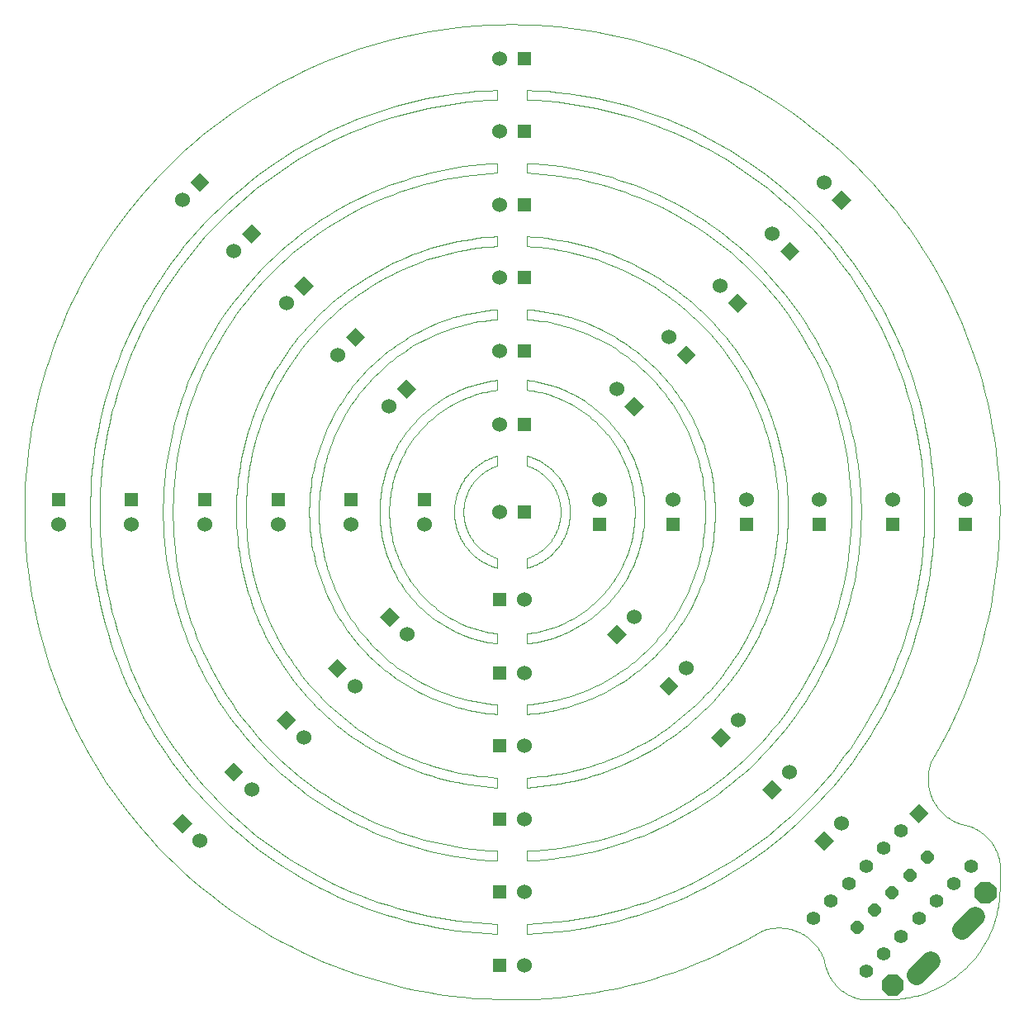
<source format=gts>
G75*
%MOIN*%
%OFA0B0*%
%FSLAX25Y25*%
%IPPOS*%
%LPD*%
%AMOC8*
5,1,8,0,0,1.08239X$1,22.5*
%
%ADD10C,0.00039*%
%ADD11C,0.06000*%
%ADD12R,0.05550X0.05550*%
%ADD13R,0.05550X0.05550*%
%ADD14C,0.01780*%
%ADD15C,0.05550*%
%ADD16C,0.08077*%
%ADD17OC8,0.05124*%
D10*
X0196079Y0051394D02*
X0196079Y0055331D01*
X0207890Y0055331D02*
X0207890Y0051394D01*
X0207890Y0080921D02*
X0207890Y0084858D01*
X0196079Y0084858D02*
X0196079Y0080921D01*
X0196079Y0110449D02*
X0196079Y0114386D01*
X0207890Y0114386D02*
X0207890Y0110449D01*
X0207890Y0139976D02*
X0207890Y0143913D01*
X0196079Y0143913D02*
X0196079Y0139976D01*
X0196079Y0168520D02*
X0196079Y0172457D01*
X0207890Y0172457D02*
X0207890Y0168520D01*
X0207890Y0199031D02*
X0207890Y0202969D01*
X0196079Y0202969D02*
X0196079Y0199031D01*
X0302378Y0052378D02*
X0298200Y0049969D01*
X0293964Y0047663D01*
X0289673Y0045461D01*
X0285329Y0043366D01*
X0280935Y0041377D01*
X0276494Y0039497D01*
X0272009Y0037726D01*
X0267481Y0036065D01*
X0262913Y0034516D01*
X0258310Y0033080D01*
X0253672Y0031756D01*
X0249003Y0030547D01*
X0244306Y0029452D01*
X0239584Y0028473D01*
X0234839Y0027610D01*
X0230075Y0026863D01*
X0225293Y0026233D01*
X0220498Y0025721D01*
X0215691Y0025326D01*
X0210876Y0025049D01*
X0206056Y0024890D01*
X0201233Y0024849D01*
X0196411Y0024927D01*
X0191592Y0025123D01*
X0186780Y0025436D01*
X0181976Y0025868D01*
X0177185Y0026417D01*
X0172408Y0027083D01*
X0167650Y0027866D01*
X0162912Y0028765D01*
X0158197Y0029781D01*
X0153508Y0030911D01*
X0148849Y0032156D01*
X0144222Y0033515D01*
X0139629Y0034986D01*
X0135074Y0036570D01*
X0130559Y0038265D01*
X0126086Y0040070D01*
X0121660Y0041985D01*
X0117281Y0044007D01*
X0112954Y0046135D01*
X0108680Y0048369D01*
X0104462Y0050707D01*
X0100302Y0053148D01*
X0096203Y0055690D01*
X0092168Y0058332D01*
X0088199Y0061071D01*
X0084299Y0063908D01*
X0080469Y0066838D01*
X0076712Y0069862D01*
X0073030Y0072977D01*
X0069425Y0076181D01*
X0065900Y0079473D01*
X0062457Y0082850D01*
X0059098Y0086310D01*
X0055824Y0089852D01*
X0052638Y0093472D01*
X0049542Y0097170D01*
X0046537Y0100942D01*
X0043626Y0104787D01*
X0040810Y0108703D01*
X0038090Y0112685D01*
X0035469Y0116734D01*
X0032948Y0120845D01*
X0030529Y0125017D01*
X0028212Y0129247D01*
X0026000Y0133532D01*
X0023893Y0137871D01*
X0021893Y0142259D01*
X0020002Y0146696D01*
X0018219Y0151177D01*
X0016548Y0155701D01*
X0014987Y0160264D01*
X0013538Y0164864D01*
X0012203Y0169498D01*
X0010982Y0174164D01*
X0009875Y0178858D01*
X0008884Y0183578D01*
X0008009Y0188321D01*
X0007250Y0193083D01*
X0006608Y0197863D01*
X0006083Y0202657D01*
X0005676Y0207463D01*
X0005387Y0212277D01*
X0005216Y0217097D01*
X0005163Y0221919D01*
X0005228Y0226742D01*
X0005412Y0231561D01*
X0005713Y0236374D01*
X0006132Y0241179D01*
X0006669Y0245971D01*
X0007323Y0250750D01*
X0008094Y0255510D01*
X0008982Y0260251D01*
X0009985Y0264968D01*
X0011103Y0269659D01*
X0012336Y0274322D01*
X0013683Y0278953D01*
X0015144Y0283549D01*
X0016716Y0288108D01*
X0018399Y0292628D01*
X0020193Y0297105D01*
X0022096Y0301536D01*
X0024107Y0305920D01*
X0026224Y0310253D01*
X0028448Y0314533D01*
X0030775Y0318757D01*
X0033205Y0322922D01*
X0035737Y0327027D01*
X0038368Y0331069D01*
X0041098Y0335045D01*
X0043924Y0338953D01*
X0046845Y0342790D01*
X0049859Y0346555D01*
X0052965Y0350245D01*
X0056160Y0353857D01*
X0059442Y0357391D01*
X0062811Y0360842D01*
X0066262Y0364211D01*
X0069796Y0367493D01*
X0073408Y0370688D01*
X0077098Y0373794D01*
X0080863Y0376808D01*
X0084700Y0379729D01*
X0088608Y0382555D01*
X0092584Y0385285D01*
X0096626Y0387916D01*
X0100731Y0390448D01*
X0104896Y0392878D01*
X0109120Y0395205D01*
X0113400Y0397429D01*
X0117733Y0399546D01*
X0122117Y0401557D01*
X0126548Y0403460D01*
X0131025Y0405254D01*
X0135545Y0406937D01*
X0140104Y0408509D01*
X0144700Y0409970D01*
X0149331Y0411317D01*
X0153994Y0412550D01*
X0158685Y0413668D01*
X0163402Y0414671D01*
X0168143Y0415559D01*
X0172903Y0416330D01*
X0177682Y0416984D01*
X0182474Y0417521D01*
X0187279Y0417940D01*
X0192092Y0418241D01*
X0196911Y0418425D01*
X0201734Y0418490D01*
X0206556Y0418437D01*
X0211376Y0418266D01*
X0216190Y0417977D01*
X0220996Y0417570D01*
X0225790Y0417045D01*
X0230570Y0416403D01*
X0235332Y0415644D01*
X0240075Y0414769D01*
X0244795Y0413778D01*
X0249489Y0412671D01*
X0254155Y0411450D01*
X0258789Y0410115D01*
X0263389Y0408666D01*
X0267952Y0407105D01*
X0272476Y0405434D01*
X0276957Y0403651D01*
X0281394Y0401760D01*
X0285782Y0399760D01*
X0290121Y0397653D01*
X0294406Y0395441D01*
X0298636Y0393124D01*
X0302808Y0390705D01*
X0306919Y0388184D01*
X0310968Y0385563D01*
X0314950Y0382843D01*
X0318866Y0380027D01*
X0322711Y0377116D01*
X0326483Y0374111D01*
X0330181Y0371015D01*
X0333801Y0367829D01*
X0337343Y0364555D01*
X0340803Y0361196D01*
X0344180Y0357753D01*
X0347472Y0354228D01*
X0350676Y0350623D01*
X0353791Y0346941D01*
X0356815Y0343184D01*
X0359745Y0339354D01*
X0362582Y0335454D01*
X0365321Y0331485D01*
X0367963Y0327450D01*
X0370505Y0323351D01*
X0372946Y0319191D01*
X0375284Y0314973D01*
X0377518Y0310699D01*
X0379646Y0306372D01*
X0381668Y0301993D01*
X0383583Y0297567D01*
X0385388Y0293094D01*
X0387083Y0288579D01*
X0388667Y0284024D01*
X0390138Y0279431D01*
X0391497Y0274804D01*
X0392742Y0270145D01*
X0393872Y0265456D01*
X0394888Y0260741D01*
X0395787Y0256003D01*
X0396570Y0251245D01*
X0397236Y0246468D01*
X0397785Y0241677D01*
X0398217Y0236873D01*
X0398530Y0232061D01*
X0398726Y0227242D01*
X0398804Y0222420D01*
X0398763Y0217597D01*
X0398604Y0212777D01*
X0398327Y0207962D01*
X0397932Y0203155D01*
X0397420Y0198360D01*
X0396790Y0193578D01*
X0396043Y0188814D01*
X0395180Y0184069D01*
X0394201Y0179347D01*
X0393106Y0174650D01*
X0391897Y0169981D01*
X0390573Y0165343D01*
X0389137Y0160740D01*
X0387588Y0156172D01*
X0385927Y0151644D01*
X0384156Y0147159D01*
X0382276Y0142718D01*
X0380287Y0138324D01*
X0378192Y0133980D01*
X0375990Y0129689D01*
X0373684Y0125453D01*
X0371275Y0121275D01*
X0371276Y0121276D02*
X0371104Y0120843D01*
X0370942Y0120407D01*
X0370791Y0119967D01*
X0370651Y0119523D01*
X0370521Y0119076D01*
X0370403Y0118627D01*
X0370295Y0118174D01*
X0370198Y0117719D01*
X0370113Y0117261D01*
X0370038Y0116802D01*
X0369975Y0116341D01*
X0369923Y0115879D01*
X0369882Y0115415D01*
X0369852Y0114951D01*
X0369833Y0114486D01*
X0369826Y0114021D01*
X0369830Y0113556D01*
X0369845Y0113091D01*
X0369872Y0112626D01*
X0369910Y0112162D01*
X0369959Y0111700D01*
X0370019Y0111238D01*
X0370090Y0110779D01*
X0370173Y0110321D01*
X0370266Y0109865D01*
X0370371Y0109411D01*
X0370486Y0108961D01*
X0370613Y0108513D01*
X0370750Y0108068D01*
X0370898Y0107627D01*
X0371056Y0107190D01*
X0371225Y0106756D01*
X0371405Y0106327D01*
X0371594Y0105902D01*
X0371795Y0105482D01*
X0372005Y0105067D01*
X0372225Y0104657D01*
X0372455Y0104253D01*
X0372695Y0103854D01*
X0372944Y0103461D01*
X0373203Y0103075D01*
X0373471Y0102694D01*
X0373748Y0102321D01*
X0374034Y0101954D01*
X0374329Y0101594D01*
X0374633Y0101241D01*
X0374945Y0100896D01*
X0375265Y0100559D01*
X0375594Y0100229D01*
X0375930Y0099907D01*
X0376274Y0099594D01*
X0376625Y0099289D01*
X0376984Y0098993D01*
X0377350Y0098705D01*
X0377723Y0098427D01*
X0378102Y0098157D01*
X0378488Y0097897D01*
X0378879Y0097646D01*
X0379277Y0097405D01*
X0379681Y0097174D01*
X0380090Y0096952D01*
X0380504Y0096740D01*
X0380924Y0096538D01*
X0381348Y0096347D01*
X0381776Y0096166D01*
X0382209Y0095995D01*
X0382646Y0095835D01*
X0383087Y0095686D01*
X0383087Y0095684D02*
X0383532Y0095615D01*
X0383975Y0095535D01*
X0384417Y0095445D01*
X0384856Y0095343D01*
X0385293Y0095231D01*
X0385726Y0095109D01*
X0386157Y0094976D01*
X0386584Y0094832D01*
X0387008Y0094678D01*
X0387427Y0094514D01*
X0387843Y0094340D01*
X0388254Y0094156D01*
X0388661Y0093962D01*
X0389063Y0093758D01*
X0389460Y0093544D01*
X0389851Y0093321D01*
X0390237Y0093088D01*
X0390617Y0092846D01*
X0390991Y0092595D01*
X0391359Y0092335D01*
X0391721Y0092066D01*
X0392076Y0091788D01*
X0392424Y0091502D01*
X0392765Y0091207D01*
X0393099Y0090904D01*
X0393425Y0090594D01*
X0393744Y0090275D01*
X0394054Y0089949D01*
X0394357Y0089615D01*
X0394652Y0089274D01*
X0394938Y0088926D01*
X0395216Y0088571D01*
X0395485Y0088209D01*
X0395745Y0087841D01*
X0395996Y0087467D01*
X0396238Y0087087D01*
X0396471Y0086701D01*
X0396694Y0086310D01*
X0396908Y0085913D01*
X0397112Y0085511D01*
X0397306Y0085104D01*
X0397490Y0084693D01*
X0397664Y0084277D01*
X0397828Y0083858D01*
X0397982Y0083434D01*
X0398126Y0083007D01*
X0398259Y0082576D01*
X0398381Y0082143D01*
X0398493Y0081706D01*
X0398595Y0081267D01*
X0398685Y0080825D01*
X0398765Y0080382D01*
X0398834Y0079937D01*
X0398835Y0079937D02*
X0398835Y0070094D01*
X0398822Y0069000D01*
X0398782Y0067907D01*
X0398716Y0066814D01*
X0398624Y0065724D01*
X0398505Y0064637D01*
X0398360Y0063552D01*
X0398189Y0062471D01*
X0397992Y0061395D01*
X0397768Y0060324D01*
X0397519Y0059259D01*
X0397245Y0058200D01*
X0396945Y0057148D01*
X0396619Y0056103D01*
X0396268Y0055067D01*
X0395893Y0054039D01*
X0395492Y0053021D01*
X0395068Y0052012D01*
X0394619Y0051015D01*
X0394146Y0050028D01*
X0393649Y0049053D01*
X0393129Y0048091D01*
X0392586Y0047141D01*
X0392020Y0046205D01*
X0391431Y0045282D01*
X0390820Y0044374D01*
X0390188Y0043481D01*
X0389534Y0042604D01*
X0388860Y0041743D01*
X0388164Y0040898D01*
X0387449Y0040070D01*
X0386713Y0039260D01*
X0385958Y0038468D01*
X0385185Y0037695D01*
X0384393Y0036940D01*
X0383583Y0036204D01*
X0382755Y0035489D01*
X0381910Y0034793D01*
X0381049Y0034119D01*
X0380172Y0033465D01*
X0379279Y0032833D01*
X0378371Y0032222D01*
X0377448Y0031633D01*
X0376512Y0031067D01*
X0375562Y0030524D01*
X0374600Y0030004D01*
X0373625Y0029507D01*
X0372638Y0029034D01*
X0371641Y0028585D01*
X0370632Y0028161D01*
X0369614Y0027760D01*
X0368586Y0027385D01*
X0367550Y0027034D01*
X0366505Y0026708D01*
X0365453Y0026408D01*
X0364394Y0026134D01*
X0363329Y0025885D01*
X0362258Y0025661D01*
X0361182Y0025464D01*
X0360101Y0025293D01*
X0359016Y0025148D01*
X0357929Y0025029D01*
X0356839Y0024937D01*
X0355746Y0024871D01*
X0354653Y0024831D01*
X0353559Y0024818D01*
X0353559Y0024819D02*
X0343717Y0024819D01*
X0343716Y0024820D02*
X0343271Y0024889D01*
X0342828Y0024969D01*
X0342386Y0025059D01*
X0341947Y0025161D01*
X0341510Y0025273D01*
X0341077Y0025395D01*
X0340646Y0025528D01*
X0340219Y0025672D01*
X0339795Y0025826D01*
X0339376Y0025990D01*
X0338960Y0026164D01*
X0338549Y0026348D01*
X0338142Y0026542D01*
X0337740Y0026746D01*
X0337343Y0026960D01*
X0336952Y0027183D01*
X0336566Y0027416D01*
X0336186Y0027658D01*
X0335812Y0027909D01*
X0335444Y0028169D01*
X0335082Y0028438D01*
X0334727Y0028716D01*
X0334379Y0029002D01*
X0334038Y0029297D01*
X0333704Y0029600D01*
X0333378Y0029910D01*
X0333059Y0030229D01*
X0332749Y0030555D01*
X0332446Y0030889D01*
X0332151Y0031230D01*
X0331865Y0031578D01*
X0331587Y0031933D01*
X0331318Y0032295D01*
X0331058Y0032663D01*
X0330807Y0033037D01*
X0330565Y0033417D01*
X0330332Y0033803D01*
X0330109Y0034194D01*
X0329895Y0034591D01*
X0329691Y0034993D01*
X0329497Y0035400D01*
X0329313Y0035811D01*
X0329139Y0036227D01*
X0328975Y0036646D01*
X0328821Y0037070D01*
X0328677Y0037497D01*
X0328544Y0037928D01*
X0328422Y0038361D01*
X0328310Y0038798D01*
X0328208Y0039237D01*
X0328118Y0039679D01*
X0328038Y0040122D01*
X0327969Y0040567D01*
X0327968Y0040566D02*
X0327819Y0041007D01*
X0327659Y0041444D01*
X0327488Y0041877D01*
X0327307Y0042305D01*
X0327116Y0042729D01*
X0326914Y0043149D01*
X0326702Y0043563D01*
X0326480Y0043972D01*
X0326249Y0044376D01*
X0326008Y0044774D01*
X0325757Y0045165D01*
X0325497Y0045551D01*
X0325227Y0045930D01*
X0324949Y0046303D01*
X0324661Y0046669D01*
X0324365Y0047028D01*
X0324060Y0047379D01*
X0323747Y0047723D01*
X0323425Y0048059D01*
X0323095Y0048388D01*
X0322758Y0048708D01*
X0322413Y0049020D01*
X0322060Y0049324D01*
X0321700Y0049619D01*
X0321333Y0049905D01*
X0320960Y0050182D01*
X0320579Y0050450D01*
X0320193Y0050709D01*
X0319800Y0050958D01*
X0319401Y0051198D01*
X0318997Y0051428D01*
X0318587Y0051648D01*
X0318172Y0051858D01*
X0317752Y0052059D01*
X0317327Y0052248D01*
X0316898Y0052428D01*
X0316464Y0052597D01*
X0316027Y0052755D01*
X0315586Y0052903D01*
X0315141Y0053040D01*
X0314693Y0053167D01*
X0314243Y0053282D01*
X0313789Y0053387D01*
X0313333Y0053480D01*
X0312875Y0053563D01*
X0312416Y0053634D01*
X0311954Y0053694D01*
X0311492Y0053743D01*
X0311028Y0053781D01*
X0310563Y0053808D01*
X0310098Y0053823D01*
X0309633Y0053827D01*
X0309168Y0053820D01*
X0308703Y0053801D01*
X0308239Y0053771D01*
X0307775Y0053730D01*
X0307313Y0053678D01*
X0306852Y0053615D01*
X0306393Y0053540D01*
X0305935Y0053455D01*
X0305480Y0053358D01*
X0305027Y0053250D01*
X0304578Y0053132D01*
X0304131Y0053002D01*
X0303687Y0052862D01*
X0303247Y0052711D01*
X0302811Y0052549D01*
X0302378Y0052377D01*
X0207889Y0055331D02*
X0211941Y0055524D01*
X0215987Y0055816D01*
X0220024Y0056207D01*
X0224050Y0056695D01*
X0228064Y0057282D01*
X0232062Y0057966D01*
X0236042Y0058748D01*
X0240002Y0059626D01*
X0243939Y0060601D01*
X0247852Y0061671D01*
X0251737Y0062836D01*
X0255592Y0064095D01*
X0259416Y0065449D01*
X0263206Y0066894D01*
X0266959Y0068432D01*
X0270674Y0070061D01*
X0274348Y0071780D01*
X0277979Y0073588D01*
X0281564Y0075483D01*
X0285103Y0077466D01*
X0288592Y0079534D01*
X0292030Y0081687D01*
X0295414Y0083923D01*
X0298743Y0086240D01*
X0302014Y0088638D01*
X0305226Y0091115D01*
X0308377Y0093670D01*
X0311464Y0096300D01*
X0314487Y0099005D01*
X0317442Y0101783D01*
X0320329Y0104632D01*
X0323146Y0107551D01*
X0325891Y0110537D01*
X0328562Y0113589D01*
X0331158Y0116706D01*
X0333678Y0119885D01*
X0336119Y0123124D01*
X0338480Y0126422D01*
X0340761Y0129776D01*
X0342959Y0133185D01*
X0345073Y0136646D01*
X0347102Y0140158D01*
X0349045Y0143719D01*
X0350901Y0147325D01*
X0352668Y0150976D01*
X0354346Y0154669D01*
X0355934Y0158402D01*
X0357430Y0162172D01*
X0358833Y0165977D01*
X0360144Y0169816D01*
X0361360Y0173685D01*
X0362482Y0177583D01*
X0363509Y0181507D01*
X0364440Y0185455D01*
X0365274Y0189424D01*
X0366011Y0193413D01*
X0366651Y0197418D01*
X0367193Y0201438D01*
X0367637Y0205470D01*
X0367982Y0209511D01*
X0368229Y0213560D01*
X0368378Y0217613D01*
X0368427Y0221669D01*
X0368378Y0225725D01*
X0368229Y0229778D01*
X0367982Y0233827D01*
X0367637Y0237868D01*
X0367193Y0241900D01*
X0366651Y0245920D01*
X0366011Y0249925D01*
X0365274Y0253914D01*
X0364440Y0257883D01*
X0363509Y0261831D01*
X0362482Y0265755D01*
X0361360Y0269653D01*
X0360144Y0273522D01*
X0358833Y0277361D01*
X0357430Y0281166D01*
X0355934Y0284936D01*
X0354346Y0288669D01*
X0352668Y0292362D01*
X0350901Y0296013D01*
X0349045Y0299619D01*
X0347102Y0303180D01*
X0345073Y0306692D01*
X0342959Y0310153D01*
X0340761Y0313562D01*
X0338480Y0316916D01*
X0336119Y0320214D01*
X0333678Y0323453D01*
X0331158Y0326632D01*
X0328562Y0329749D01*
X0325891Y0332801D01*
X0323146Y0335787D01*
X0320329Y0338706D01*
X0317442Y0341555D01*
X0314487Y0344333D01*
X0311464Y0347038D01*
X0308377Y0349668D01*
X0305226Y0352223D01*
X0302014Y0354700D01*
X0298743Y0357098D01*
X0295414Y0359415D01*
X0292030Y0361651D01*
X0288592Y0363804D01*
X0285103Y0365872D01*
X0281564Y0367855D01*
X0277979Y0369750D01*
X0274348Y0371558D01*
X0270674Y0373277D01*
X0266959Y0374906D01*
X0263206Y0376444D01*
X0259416Y0377889D01*
X0255592Y0379243D01*
X0251737Y0380502D01*
X0247852Y0381667D01*
X0243939Y0382737D01*
X0240002Y0383712D01*
X0236042Y0384590D01*
X0232062Y0385372D01*
X0228064Y0386056D01*
X0224050Y0386643D01*
X0220024Y0387131D01*
X0215987Y0387522D01*
X0211941Y0387814D01*
X0207889Y0388007D01*
X0207890Y0388008D02*
X0207890Y0391945D01*
X0196079Y0391945D02*
X0196079Y0388008D01*
X0196079Y0362417D02*
X0196079Y0358480D01*
X0207890Y0358480D02*
X0207890Y0362417D01*
X0207890Y0332890D02*
X0207890Y0328953D01*
X0196079Y0328953D02*
X0196079Y0332890D01*
X0196079Y0303362D02*
X0196079Y0299425D01*
X0207890Y0299425D02*
X0207890Y0303362D01*
X0207890Y0274819D02*
X0207890Y0270882D01*
X0196079Y0270882D02*
X0196079Y0274819D01*
X0196079Y0244307D02*
X0196079Y0240370D01*
X0207890Y0240370D02*
X0207890Y0244307D01*
X0207890Y0391945D02*
X0212039Y0391750D01*
X0216183Y0391454D01*
X0220318Y0391058D01*
X0224442Y0390560D01*
X0228553Y0389963D01*
X0232649Y0389265D01*
X0236726Y0388467D01*
X0240782Y0387571D01*
X0244815Y0386576D01*
X0248823Y0385482D01*
X0252803Y0384292D01*
X0256753Y0383004D01*
X0260670Y0381621D01*
X0264552Y0380143D01*
X0268397Y0378570D01*
X0272203Y0376904D01*
X0275967Y0375146D01*
X0279686Y0373297D01*
X0283360Y0371357D01*
X0286985Y0369329D01*
X0290560Y0367213D01*
X0294082Y0365010D01*
X0297550Y0362722D01*
X0300960Y0360350D01*
X0304312Y0357896D01*
X0307603Y0355360D01*
X0310831Y0352745D01*
X0313994Y0350053D01*
X0317091Y0347284D01*
X0320119Y0344440D01*
X0323077Y0341523D01*
X0325964Y0338535D01*
X0328776Y0335478D01*
X0331513Y0332353D01*
X0334173Y0329162D01*
X0336754Y0325907D01*
X0339256Y0322590D01*
X0341675Y0319214D01*
X0344012Y0315779D01*
X0346264Y0312288D01*
X0348431Y0308744D01*
X0350510Y0305147D01*
X0352501Y0301501D01*
X0354403Y0297808D01*
X0356214Y0294069D01*
X0357933Y0290287D01*
X0359560Y0286465D01*
X0361093Y0282604D01*
X0362531Y0278707D01*
X0363874Y0274775D01*
X0365121Y0270813D01*
X0366270Y0266821D01*
X0367322Y0262802D01*
X0368276Y0258759D01*
X0369131Y0254693D01*
X0369886Y0250608D01*
X0370542Y0246506D01*
X0371097Y0242389D01*
X0371552Y0238260D01*
X0371906Y0234121D01*
X0372159Y0229974D01*
X0372311Y0225823D01*
X0372362Y0221669D01*
X0372311Y0217515D01*
X0372159Y0213364D01*
X0371906Y0209217D01*
X0371552Y0205078D01*
X0371097Y0200949D01*
X0370542Y0196832D01*
X0369886Y0192730D01*
X0369131Y0188645D01*
X0368276Y0184579D01*
X0367322Y0180536D01*
X0366270Y0176517D01*
X0365121Y0172525D01*
X0363874Y0168563D01*
X0362531Y0164631D01*
X0361093Y0160734D01*
X0359560Y0156873D01*
X0357933Y0153051D01*
X0356214Y0149269D01*
X0354403Y0145530D01*
X0352501Y0141837D01*
X0350510Y0138191D01*
X0348431Y0134594D01*
X0346264Y0131050D01*
X0344012Y0127559D01*
X0341675Y0124124D01*
X0339256Y0120748D01*
X0336754Y0117431D01*
X0334173Y0114176D01*
X0331513Y0110985D01*
X0328776Y0107860D01*
X0325964Y0104803D01*
X0323077Y0101815D01*
X0320119Y0098898D01*
X0317091Y0096054D01*
X0313994Y0093285D01*
X0310831Y0090593D01*
X0307603Y0087978D01*
X0304312Y0085442D01*
X0300960Y0082988D01*
X0297550Y0080616D01*
X0294082Y0078328D01*
X0290560Y0076125D01*
X0286985Y0074009D01*
X0283360Y0071981D01*
X0279686Y0070041D01*
X0275967Y0068192D01*
X0272203Y0066434D01*
X0268397Y0064768D01*
X0264552Y0063195D01*
X0260670Y0061717D01*
X0256753Y0060334D01*
X0252803Y0059046D01*
X0248823Y0057856D01*
X0244815Y0056762D01*
X0240782Y0055767D01*
X0236726Y0054871D01*
X0232649Y0054073D01*
X0228553Y0053375D01*
X0224442Y0052778D01*
X0220318Y0052280D01*
X0216183Y0051884D01*
X0212039Y0051588D01*
X0207890Y0051393D01*
X0207890Y0080921D02*
X0211330Y0081107D01*
X0214766Y0081378D01*
X0218193Y0081733D01*
X0221611Y0082171D01*
X0225017Y0082693D01*
X0228410Y0083298D01*
X0231786Y0083985D01*
X0235145Y0084756D01*
X0238484Y0085608D01*
X0241801Y0086541D01*
X0245094Y0087555D01*
X0248362Y0088650D01*
X0251601Y0089824D01*
X0254811Y0091077D01*
X0257990Y0092408D01*
X0261135Y0093817D01*
X0264244Y0095302D01*
X0267316Y0096863D01*
X0270349Y0098498D01*
X0273342Y0100207D01*
X0276291Y0101989D01*
X0279196Y0103842D01*
X0282055Y0105766D01*
X0284866Y0107759D01*
X0287627Y0109820D01*
X0290338Y0111949D01*
X0292995Y0114142D01*
X0295598Y0116401D01*
X0298144Y0118722D01*
X0300634Y0121105D01*
X0303064Y0123548D01*
X0305434Y0126049D01*
X0307741Y0128608D01*
X0309986Y0131223D01*
X0312166Y0133892D01*
X0314280Y0136613D01*
X0316327Y0139385D01*
X0318305Y0142206D01*
X0320214Y0145075D01*
X0322052Y0147990D01*
X0323818Y0150949D01*
X0325512Y0153950D01*
X0327131Y0156992D01*
X0328676Y0160072D01*
X0330144Y0163189D01*
X0331536Y0166342D01*
X0332851Y0169527D01*
X0334087Y0172743D01*
X0335244Y0175989D01*
X0336322Y0179262D01*
X0337319Y0182561D01*
X0338235Y0185883D01*
X0339069Y0189226D01*
X0339822Y0192589D01*
X0340492Y0195969D01*
X0341079Y0199364D01*
X0341583Y0202773D01*
X0342003Y0206193D01*
X0342340Y0209623D01*
X0342593Y0213059D01*
X0342761Y0216501D01*
X0342845Y0219946D01*
X0342845Y0223392D01*
X0342761Y0226837D01*
X0342593Y0230279D01*
X0342340Y0233715D01*
X0342003Y0237145D01*
X0341583Y0240565D01*
X0341079Y0243974D01*
X0340492Y0247369D01*
X0339822Y0250749D01*
X0339069Y0254112D01*
X0338235Y0257455D01*
X0337319Y0260777D01*
X0336322Y0264076D01*
X0335244Y0267349D01*
X0334087Y0270595D01*
X0332851Y0273811D01*
X0331536Y0276996D01*
X0330144Y0280149D01*
X0328676Y0283266D01*
X0327131Y0286346D01*
X0325512Y0289388D01*
X0323818Y0292389D01*
X0322052Y0295348D01*
X0320214Y0298263D01*
X0318305Y0301132D01*
X0316327Y0303953D01*
X0314280Y0306725D01*
X0312166Y0309446D01*
X0309986Y0312115D01*
X0307741Y0314730D01*
X0305434Y0317289D01*
X0303064Y0319790D01*
X0300634Y0322233D01*
X0298144Y0324616D01*
X0295598Y0326937D01*
X0292995Y0329196D01*
X0290338Y0331389D01*
X0287627Y0333518D01*
X0284866Y0335579D01*
X0282055Y0337572D01*
X0279196Y0339496D01*
X0276291Y0341349D01*
X0273342Y0343131D01*
X0270349Y0344840D01*
X0267316Y0346475D01*
X0264244Y0348036D01*
X0261135Y0349521D01*
X0257990Y0350930D01*
X0254811Y0352261D01*
X0251601Y0353514D01*
X0248362Y0354688D01*
X0245094Y0355783D01*
X0241801Y0356797D01*
X0238484Y0357730D01*
X0235145Y0358582D01*
X0231786Y0359353D01*
X0228410Y0360040D01*
X0225017Y0360645D01*
X0221611Y0361167D01*
X0218193Y0361605D01*
X0214766Y0361960D01*
X0211330Y0362231D01*
X0207890Y0362417D01*
X0207889Y0358480D02*
X0211231Y0358294D01*
X0214568Y0358028D01*
X0217897Y0357679D01*
X0221216Y0357250D01*
X0224524Y0356739D01*
X0227818Y0356148D01*
X0231097Y0355476D01*
X0234359Y0354725D01*
X0237601Y0353894D01*
X0240822Y0352984D01*
X0244020Y0351996D01*
X0247192Y0350929D01*
X0250338Y0349786D01*
X0253455Y0348566D01*
X0256541Y0347270D01*
X0259594Y0345899D01*
X0262613Y0344454D01*
X0265596Y0342935D01*
X0268541Y0341345D01*
X0271446Y0339682D01*
X0274309Y0337949D01*
X0277129Y0336147D01*
X0279905Y0334276D01*
X0282634Y0332338D01*
X0285314Y0330334D01*
X0287945Y0328265D01*
X0290525Y0326132D01*
X0293051Y0323937D01*
X0295524Y0321681D01*
X0297940Y0319365D01*
X0300299Y0316990D01*
X0302599Y0314559D01*
X0304840Y0312072D01*
X0307018Y0309532D01*
X0309134Y0306938D01*
X0311186Y0304294D01*
X0313173Y0301600D01*
X0315093Y0298859D01*
X0316946Y0296072D01*
X0318730Y0293240D01*
X0320444Y0290365D01*
X0322088Y0287449D01*
X0323660Y0284494D01*
X0325159Y0281502D01*
X0326584Y0278474D01*
X0327936Y0275411D01*
X0329211Y0272317D01*
X0330411Y0269192D01*
X0331534Y0266039D01*
X0332580Y0262860D01*
X0333548Y0259656D01*
X0334437Y0256429D01*
X0335247Y0253182D01*
X0335977Y0249915D01*
X0336627Y0246632D01*
X0337197Y0243334D01*
X0337686Y0240023D01*
X0338094Y0236701D01*
X0338421Y0233370D01*
X0338666Y0230032D01*
X0338830Y0226689D01*
X0338912Y0223343D01*
X0338912Y0219995D01*
X0338830Y0216649D01*
X0338666Y0213306D01*
X0338421Y0209968D01*
X0338094Y0206637D01*
X0337686Y0203315D01*
X0337197Y0200004D01*
X0336627Y0196706D01*
X0335977Y0193423D01*
X0335247Y0190156D01*
X0334437Y0186909D01*
X0333548Y0183682D01*
X0332580Y0180478D01*
X0331534Y0177299D01*
X0330411Y0174146D01*
X0329211Y0171021D01*
X0327936Y0167927D01*
X0326584Y0164864D01*
X0325159Y0161836D01*
X0323660Y0158844D01*
X0322088Y0155889D01*
X0320444Y0152973D01*
X0318730Y0150098D01*
X0316946Y0147266D01*
X0315093Y0144479D01*
X0313173Y0141738D01*
X0311186Y0139044D01*
X0309134Y0136400D01*
X0307018Y0133806D01*
X0304840Y0131266D01*
X0302599Y0128779D01*
X0300299Y0126348D01*
X0297940Y0123973D01*
X0295524Y0121657D01*
X0293051Y0119401D01*
X0290525Y0117206D01*
X0287945Y0115073D01*
X0285314Y0113004D01*
X0282634Y0111000D01*
X0279905Y0109062D01*
X0277129Y0107191D01*
X0274309Y0105389D01*
X0271446Y0103656D01*
X0268541Y0101993D01*
X0265596Y0100403D01*
X0262613Y0098884D01*
X0259594Y0097439D01*
X0256541Y0096068D01*
X0253455Y0094772D01*
X0250338Y0093552D01*
X0247192Y0092409D01*
X0244020Y0091342D01*
X0240822Y0090354D01*
X0237601Y0089444D01*
X0234359Y0088613D01*
X0231097Y0087862D01*
X0227818Y0087190D01*
X0224524Y0086599D01*
X0221216Y0086088D01*
X0217897Y0085659D01*
X0214568Y0085310D01*
X0211231Y0085044D01*
X0207889Y0084858D01*
X0207890Y0114385D02*
X0210510Y0114562D01*
X0213126Y0114802D01*
X0215735Y0115107D01*
X0218336Y0115475D01*
X0220927Y0115906D01*
X0223507Y0116401D01*
X0226074Y0116958D01*
X0228627Y0117579D01*
X0231163Y0118261D01*
X0233683Y0119005D01*
X0236183Y0119811D01*
X0238663Y0120677D01*
X0241121Y0121604D01*
X0243555Y0122591D01*
X0245965Y0123637D01*
X0248348Y0124741D01*
X0250704Y0125903D01*
X0253030Y0127123D01*
X0255326Y0128399D01*
X0257590Y0129731D01*
X0259821Y0131118D01*
X0262018Y0132559D01*
X0264178Y0134053D01*
X0266301Y0135600D01*
X0268386Y0137198D01*
X0270431Y0138846D01*
X0272436Y0140544D01*
X0274398Y0142291D01*
X0276317Y0144085D01*
X0278191Y0145925D01*
X0280020Y0147811D01*
X0281802Y0149740D01*
X0283537Y0151713D01*
X0285222Y0153728D01*
X0286858Y0155783D01*
X0288444Y0157877D01*
X0289977Y0160010D01*
X0291458Y0162179D01*
X0292886Y0164385D01*
X0294259Y0166624D01*
X0295577Y0168896D01*
X0296839Y0171200D01*
X0298045Y0173534D01*
X0299193Y0175896D01*
X0300283Y0178286D01*
X0301314Y0180702D01*
X0302285Y0183143D01*
X0303197Y0185606D01*
X0304049Y0188091D01*
X0304839Y0190597D01*
X0305568Y0193120D01*
X0306235Y0195661D01*
X0306839Y0198217D01*
X0307381Y0200788D01*
X0307860Y0203370D01*
X0308276Y0205964D01*
X0308628Y0208567D01*
X0308917Y0211178D01*
X0309141Y0213795D01*
X0309302Y0216417D01*
X0309398Y0219042D01*
X0309430Y0221669D01*
X0309398Y0224296D01*
X0309302Y0226921D01*
X0309141Y0229543D01*
X0308917Y0232160D01*
X0308628Y0234771D01*
X0308276Y0237374D01*
X0307860Y0239968D01*
X0307381Y0242550D01*
X0306839Y0245121D01*
X0306235Y0247677D01*
X0305568Y0250218D01*
X0304839Y0252741D01*
X0304049Y0255247D01*
X0303197Y0257732D01*
X0302285Y0260195D01*
X0301314Y0262636D01*
X0300283Y0265052D01*
X0299193Y0267442D01*
X0298045Y0269804D01*
X0296839Y0272138D01*
X0295577Y0274442D01*
X0294259Y0276714D01*
X0292886Y0278953D01*
X0291458Y0281159D01*
X0289977Y0283328D01*
X0288444Y0285461D01*
X0286858Y0287555D01*
X0285222Y0289610D01*
X0283537Y0291625D01*
X0281802Y0293598D01*
X0280020Y0295527D01*
X0278191Y0297413D01*
X0276317Y0299253D01*
X0274398Y0301047D01*
X0272436Y0302794D01*
X0270431Y0304492D01*
X0268386Y0306140D01*
X0266301Y0307738D01*
X0264178Y0309285D01*
X0262018Y0310779D01*
X0259821Y0312220D01*
X0257590Y0313607D01*
X0255326Y0314939D01*
X0253030Y0316215D01*
X0250704Y0317435D01*
X0248348Y0318597D01*
X0245965Y0319701D01*
X0243555Y0320747D01*
X0241121Y0321734D01*
X0238663Y0322661D01*
X0236183Y0323527D01*
X0233683Y0324333D01*
X0231163Y0325077D01*
X0228627Y0325759D01*
X0226074Y0326380D01*
X0223507Y0326937D01*
X0220927Y0327432D01*
X0218336Y0327863D01*
X0215735Y0328231D01*
X0213126Y0328536D01*
X0210510Y0328776D01*
X0207890Y0328953D01*
X0207890Y0332889D02*
X0210610Y0332711D01*
X0213326Y0332467D01*
X0216034Y0332156D01*
X0218734Y0331779D01*
X0221425Y0331336D01*
X0224103Y0330828D01*
X0226768Y0330253D01*
X0229419Y0329614D01*
X0232053Y0328910D01*
X0234669Y0328142D01*
X0237265Y0327310D01*
X0239840Y0326415D01*
X0242393Y0325457D01*
X0244921Y0324437D01*
X0247424Y0323355D01*
X0249899Y0322212D01*
X0252346Y0321009D01*
X0254763Y0319747D01*
X0257147Y0318426D01*
X0259499Y0317046D01*
X0261817Y0315610D01*
X0264098Y0314117D01*
X0266342Y0312569D01*
X0268548Y0310967D01*
X0270714Y0309310D01*
X0272839Y0307602D01*
X0274921Y0305842D01*
X0276959Y0304031D01*
X0278953Y0302171D01*
X0280900Y0300263D01*
X0282800Y0298308D01*
X0284652Y0296307D01*
X0286454Y0294261D01*
X0288206Y0292172D01*
X0289906Y0290040D01*
X0291553Y0287868D01*
X0293146Y0285655D01*
X0294685Y0283405D01*
X0296169Y0281117D01*
X0297596Y0278794D01*
X0298965Y0276436D01*
X0300277Y0274046D01*
X0301529Y0271625D01*
X0302722Y0269173D01*
X0303855Y0266693D01*
X0304926Y0264186D01*
X0305936Y0261653D01*
X0306884Y0259097D01*
X0307769Y0256518D01*
X0308590Y0253918D01*
X0309347Y0251299D01*
X0310040Y0248662D01*
X0310669Y0246009D01*
X0311232Y0243342D01*
X0311730Y0240661D01*
X0312162Y0237969D01*
X0312528Y0235267D01*
X0312827Y0232558D01*
X0313061Y0229841D01*
X0313228Y0227120D01*
X0313328Y0224395D01*
X0313361Y0221669D01*
X0313328Y0218943D01*
X0313228Y0216218D01*
X0313061Y0213497D01*
X0312827Y0210780D01*
X0312528Y0208071D01*
X0312162Y0205369D01*
X0311730Y0202677D01*
X0311232Y0199996D01*
X0310669Y0197329D01*
X0310040Y0194676D01*
X0309347Y0192039D01*
X0308590Y0189420D01*
X0307769Y0186820D01*
X0306884Y0184241D01*
X0305936Y0181685D01*
X0304926Y0179152D01*
X0303855Y0176645D01*
X0302722Y0174165D01*
X0301529Y0171713D01*
X0300277Y0169292D01*
X0298965Y0166902D01*
X0297596Y0164544D01*
X0296169Y0162221D01*
X0294685Y0159933D01*
X0293146Y0157683D01*
X0291553Y0155470D01*
X0289906Y0153298D01*
X0288206Y0151166D01*
X0286454Y0149077D01*
X0284652Y0147031D01*
X0282800Y0145030D01*
X0280900Y0143075D01*
X0278953Y0141167D01*
X0276959Y0139307D01*
X0274921Y0137496D01*
X0272839Y0135736D01*
X0270714Y0134028D01*
X0268548Y0132371D01*
X0266342Y0130769D01*
X0264098Y0129221D01*
X0261817Y0127728D01*
X0259499Y0126292D01*
X0257147Y0124912D01*
X0254763Y0123591D01*
X0252346Y0122329D01*
X0249899Y0121126D01*
X0247424Y0119983D01*
X0244921Y0118901D01*
X0242393Y0117881D01*
X0239840Y0116923D01*
X0237265Y0116028D01*
X0234669Y0115196D01*
X0232053Y0114428D01*
X0229419Y0113724D01*
X0226768Y0113085D01*
X0224103Y0112510D01*
X0221425Y0112002D01*
X0218734Y0111559D01*
X0216034Y0111182D01*
X0213326Y0110871D01*
X0210610Y0110627D01*
X0207890Y0110449D01*
X0207889Y0202968D02*
X0208343Y0203117D01*
X0208792Y0203278D01*
X0209237Y0203449D01*
X0209678Y0203630D01*
X0210115Y0203823D01*
X0210546Y0204026D01*
X0210973Y0204239D01*
X0211394Y0204463D01*
X0211810Y0204697D01*
X0212220Y0204941D01*
X0212624Y0205195D01*
X0213021Y0205459D01*
X0213412Y0205732D01*
X0213797Y0206015D01*
X0214174Y0206307D01*
X0214544Y0206608D01*
X0214906Y0206918D01*
X0215261Y0207236D01*
X0215609Y0207564D01*
X0215948Y0207899D01*
X0216278Y0208243D01*
X0216601Y0208595D01*
X0216914Y0208954D01*
X0217219Y0209321D01*
X0217515Y0209695D01*
X0217802Y0210076D01*
X0218079Y0210465D01*
X0218347Y0210859D01*
X0218605Y0211261D01*
X0218853Y0211668D01*
X0219091Y0212081D01*
X0219320Y0212500D01*
X0219537Y0212924D01*
X0219745Y0213354D01*
X0219942Y0213788D01*
X0220128Y0214228D01*
X0220304Y0214671D01*
X0220469Y0215119D01*
X0220623Y0215570D01*
X0220765Y0216025D01*
X0220897Y0216484D01*
X0221018Y0216945D01*
X0221127Y0217410D01*
X0221225Y0217877D01*
X0221311Y0218346D01*
X0221386Y0218817D01*
X0221450Y0219290D01*
X0221502Y0219764D01*
X0221543Y0220239D01*
X0221572Y0220715D01*
X0221589Y0221192D01*
X0221595Y0221669D01*
X0221589Y0222146D01*
X0221572Y0222623D01*
X0221543Y0223099D01*
X0221502Y0223574D01*
X0221450Y0224048D01*
X0221386Y0224521D01*
X0221311Y0224992D01*
X0221225Y0225461D01*
X0221127Y0225928D01*
X0221018Y0226393D01*
X0220897Y0226854D01*
X0220765Y0227313D01*
X0220623Y0227768D01*
X0220469Y0228219D01*
X0220304Y0228667D01*
X0220128Y0229110D01*
X0219942Y0229550D01*
X0219745Y0229984D01*
X0219537Y0230414D01*
X0219320Y0230838D01*
X0219091Y0231257D01*
X0218853Y0231670D01*
X0218605Y0232077D01*
X0218347Y0232479D01*
X0218079Y0232873D01*
X0217802Y0233262D01*
X0217515Y0233643D01*
X0217219Y0234017D01*
X0216914Y0234384D01*
X0216601Y0234743D01*
X0216278Y0235095D01*
X0215948Y0235439D01*
X0215609Y0235774D01*
X0215261Y0236102D01*
X0214906Y0236420D01*
X0214544Y0236730D01*
X0214174Y0237031D01*
X0213797Y0237323D01*
X0213412Y0237606D01*
X0213021Y0237879D01*
X0212624Y0238143D01*
X0212220Y0238397D01*
X0211810Y0238641D01*
X0211394Y0238875D01*
X0210973Y0239099D01*
X0210546Y0239312D01*
X0210115Y0239515D01*
X0209678Y0239708D01*
X0209237Y0239889D01*
X0208792Y0240060D01*
X0208343Y0240221D01*
X0207889Y0240370D01*
X0207889Y0244306D02*
X0208439Y0244156D01*
X0208985Y0243992D01*
X0209527Y0243815D01*
X0210064Y0243624D01*
X0210596Y0243421D01*
X0211124Y0243205D01*
X0211646Y0242976D01*
X0212162Y0242734D01*
X0212672Y0242480D01*
X0213176Y0242213D01*
X0213673Y0241935D01*
X0214163Y0241644D01*
X0214646Y0241341D01*
X0215122Y0241027D01*
X0215589Y0240701D01*
X0216049Y0240364D01*
X0216500Y0240016D01*
X0216943Y0239657D01*
X0217377Y0239287D01*
X0217801Y0238907D01*
X0218216Y0238516D01*
X0218622Y0238116D01*
X0219018Y0237706D01*
X0219403Y0237286D01*
X0219779Y0236857D01*
X0220143Y0236419D01*
X0220497Y0235972D01*
X0220840Y0235517D01*
X0221172Y0235054D01*
X0221492Y0234582D01*
X0221801Y0234103D01*
X0222098Y0233617D01*
X0222383Y0233123D01*
X0222656Y0232623D01*
X0222917Y0232116D01*
X0223165Y0231603D01*
X0223401Y0231084D01*
X0223624Y0230559D01*
X0223834Y0230030D01*
X0224031Y0229495D01*
X0224215Y0228955D01*
X0224386Y0228412D01*
X0224544Y0227864D01*
X0224688Y0227313D01*
X0224819Y0226758D01*
X0224936Y0226200D01*
X0225040Y0225640D01*
X0225129Y0225077D01*
X0225206Y0224512D01*
X0225268Y0223945D01*
X0225317Y0223377D01*
X0225351Y0222809D01*
X0225372Y0222239D01*
X0225379Y0221669D01*
X0225372Y0221099D01*
X0225351Y0220529D01*
X0225317Y0219961D01*
X0225268Y0219393D01*
X0225206Y0218826D01*
X0225129Y0218261D01*
X0225040Y0217698D01*
X0224936Y0217138D01*
X0224819Y0216580D01*
X0224688Y0216025D01*
X0224544Y0215474D01*
X0224386Y0214926D01*
X0224215Y0214383D01*
X0224031Y0213843D01*
X0223834Y0213308D01*
X0223624Y0212779D01*
X0223401Y0212254D01*
X0223165Y0211735D01*
X0222917Y0211222D01*
X0222656Y0210715D01*
X0222383Y0210215D01*
X0222098Y0209721D01*
X0221801Y0209235D01*
X0221492Y0208756D01*
X0221172Y0208284D01*
X0220840Y0207821D01*
X0220497Y0207366D01*
X0220143Y0206919D01*
X0219779Y0206481D01*
X0219403Y0206052D01*
X0219018Y0205632D01*
X0218622Y0205222D01*
X0218216Y0204822D01*
X0217801Y0204431D01*
X0217377Y0204051D01*
X0216943Y0203681D01*
X0216500Y0203322D01*
X0216049Y0202974D01*
X0215589Y0202637D01*
X0215122Y0202311D01*
X0214646Y0201997D01*
X0214163Y0201694D01*
X0213673Y0201403D01*
X0213176Y0201125D01*
X0212672Y0200858D01*
X0212162Y0200604D01*
X0211646Y0200362D01*
X0211124Y0200133D01*
X0210596Y0199917D01*
X0210064Y0199714D01*
X0209527Y0199523D01*
X0208985Y0199346D01*
X0208439Y0199182D01*
X0207889Y0199032D01*
X0207890Y0168519D02*
X0209192Y0168680D01*
X0210490Y0168873D01*
X0211783Y0169097D01*
X0213070Y0169354D01*
X0214350Y0169641D01*
X0215623Y0169961D01*
X0216888Y0170311D01*
X0218144Y0170692D01*
X0219390Y0171104D01*
X0220625Y0171546D01*
X0221849Y0172019D01*
X0223062Y0172521D01*
X0224261Y0173053D01*
X0225448Y0173614D01*
X0226620Y0174205D01*
X0227777Y0174823D01*
X0228919Y0175470D01*
X0230044Y0176145D01*
X0231153Y0176847D01*
X0232244Y0177577D01*
X0233317Y0178332D01*
X0234371Y0179114D01*
X0235405Y0179922D01*
X0236419Y0180754D01*
X0237413Y0181612D01*
X0238385Y0182493D01*
X0239335Y0183398D01*
X0240263Y0184326D01*
X0241168Y0185277D01*
X0242049Y0186249D01*
X0242906Y0187243D01*
X0243739Y0188257D01*
X0244546Y0189292D01*
X0245328Y0190346D01*
X0246083Y0191419D01*
X0246812Y0192510D01*
X0247514Y0193619D01*
X0248189Y0194745D01*
X0248835Y0195887D01*
X0249454Y0197044D01*
X0250044Y0198216D01*
X0250605Y0199403D01*
X0251137Y0200602D01*
X0251639Y0201815D01*
X0252111Y0203039D01*
X0252553Y0204275D01*
X0252965Y0205521D01*
X0253346Y0206777D01*
X0253696Y0208041D01*
X0254014Y0209314D01*
X0254302Y0210595D01*
X0254558Y0211882D01*
X0254782Y0213175D01*
X0254975Y0214473D01*
X0255135Y0215775D01*
X0255264Y0217081D01*
X0255360Y0218390D01*
X0255425Y0219701D01*
X0255457Y0221013D01*
X0255457Y0222325D01*
X0255425Y0223637D01*
X0255360Y0224948D01*
X0255264Y0226257D01*
X0255135Y0227563D01*
X0254975Y0228865D01*
X0254782Y0230163D01*
X0254558Y0231456D01*
X0254302Y0232743D01*
X0254014Y0234024D01*
X0253696Y0235297D01*
X0253346Y0236561D01*
X0252965Y0237817D01*
X0252553Y0239063D01*
X0252111Y0240299D01*
X0251639Y0241523D01*
X0251137Y0242736D01*
X0250605Y0243935D01*
X0250044Y0245122D01*
X0249454Y0246294D01*
X0248835Y0247451D01*
X0248189Y0248593D01*
X0247514Y0249719D01*
X0246812Y0250828D01*
X0246083Y0251919D01*
X0245328Y0252992D01*
X0244546Y0254046D01*
X0243739Y0255081D01*
X0242906Y0256095D01*
X0242049Y0257089D01*
X0241168Y0258061D01*
X0240263Y0259012D01*
X0239335Y0259940D01*
X0238385Y0260845D01*
X0237413Y0261726D01*
X0236419Y0262584D01*
X0235405Y0263416D01*
X0234371Y0264224D01*
X0233317Y0265006D01*
X0232244Y0265761D01*
X0231153Y0266491D01*
X0230044Y0267193D01*
X0228919Y0267868D01*
X0227777Y0268515D01*
X0226620Y0269133D01*
X0225448Y0269724D01*
X0224261Y0270285D01*
X0223062Y0270817D01*
X0221849Y0271319D01*
X0220625Y0271792D01*
X0219390Y0272234D01*
X0218144Y0272646D01*
X0216888Y0273027D01*
X0215623Y0273377D01*
X0214350Y0273697D01*
X0213070Y0273984D01*
X0211783Y0274241D01*
X0210490Y0274465D01*
X0209192Y0274658D01*
X0207890Y0274819D01*
X0196078Y0362417D02*
X0192638Y0362231D01*
X0189202Y0361960D01*
X0185775Y0361605D01*
X0182357Y0361167D01*
X0178951Y0360645D01*
X0175558Y0360040D01*
X0172182Y0359353D01*
X0168823Y0358582D01*
X0165484Y0357730D01*
X0162167Y0356797D01*
X0158874Y0355783D01*
X0155606Y0354688D01*
X0152367Y0353514D01*
X0149157Y0352261D01*
X0145978Y0350930D01*
X0142833Y0349521D01*
X0139724Y0348036D01*
X0136652Y0346475D01*
X0133619Y0344840D01*
X0130626Y0343131D01*
X0127677Y0341349D01*
X0124772Y0339496D01*
X0121913Y0337572D01*
X0119102Y0335579D01*
X0116341Y0333518D01*
X0113630Y0331389D01*
X0110973Y0329196D01*
X0108370Y0326937D01*
X0105824Y0324616D01*
X0103334Y0322233D01*
X0100904Y0319790D01*
X0098534Y0317289D01*
X0096227Y0314730D01*
X0093982Y0312115D01*
X0091802Y0309446D01*
X0089688Y0306725D01*
X0087641Y0303953D01*
X0085663Y0301132D01*
X0083754Y0298263D01*
X0081916Y0295348D01*
X0080150Y0292389D01*
X0078456Y0289388D01*
X0076837Y0286346D01*
X0075292Y0283266D01*
X0073824Y0280149D01*
X0072432Y0276996D01*
X0071117Y0273811D01*
X0069881Y0270595D01*
X0068724Y0267349D01*
X0067646Y0264076D01*
X0066649Y0260777D01*
X0065733Y0257455D01*
X0064899Y0254112D01*
X0064146Y0250749D01*
X0063476Y0247369D01*
X0062889Y0243974D01*
X0062385Y0240565D01*
X0061965Y0237145D01*
X0061628Y0233715D01*
X0061375Y0230279D01*
X0061207Y0226837D01*
X0061123Y0223392D01*
X0061123Y0219946D01*
X0061207Y0216501D01*
X0061375Y0213059D01*
X0061628Y0209623D01*
X0061965Y0206193D01*
X0062385Y0202773D01*
X0062889Y0199364D01*
X0063476Y0195969D01*
X0064146Y0192589D01*
X0064899Y0189226D01*
X0065733Y0185883D01*
X0066649Y0182561D01*
X0067646Y0179262D01*
X0068724Y0175989D01*
X0069881Y0172743D01*
X0071117Y0169527D01*
X0072432Y0166342D01*
X0073824Y0163189D01*
X0075292Y0160072D01*
X0076837Y0156992D01*
X0078456Y0153950D01*
X0080150Y0150949D01*
X0081916Y0147990D01*
X0083754Y0145075D01*
X0085663Y0142206D01*
X0087641Y0139385D01*
X0089688Y0136613D01*
X0091802Y0133892D01*
X0093982Y0131223D01*
X0096227Y0128608D01*
X0098534Y0126049D01*
X0100904Y0123548D01*
X0103334Y0121105D01*
X0105824Y0118722D01*
X0108370Y0116401D01*
X0110973Y0114142D01*
X0113630Y0111949D01*
X0116341Y0109820D01*
X0119102Y0107759D01*
X0121913Y0105766D01*
X0124772Y0103842D01*
X0127677Y0101989D01*
X0130626Y0100207D01*
X0133619Y0098498D01*
X0136652Y0096863D01*
X0139724Y0095302D01*
X0142833Y0093817D01*
X0145978Y0092408D01*
X0149157Y0091077D01*
X0152367Y0089824D01*
X0155606Y0088650D01*
X0158874Y0087555D01*
X0162167Y0086541D01*
X0165484Y0085608D01*
X0168823Y0084756D01*
X0172182Y0083985D01*
X0175558Y0083298D01*
X0178951Y0082693D01*
X0182357Y0082171D01*
X0185775Y0081733D01*
X0189202Y0081378D01*
X0192638Y0081107D01*
X0196078Y0080921D01*
X0207890Y0143913D02*
X0209793Y0144081D01*
X0211692Y0144296D01*
X0213585Y0144557D01*
X0215472Y0144864D01*
X0217350Y0145218D01*
X0219219Y0145617D01*
X0221077Y0146063D01*
X0222924Y0146553D01*
X0224759Y0147089D01*
X0226579Y0147669D01*
X0228385Y0148294D01*
X0230176Y0148963D01*
X0231949Y0149676D01*
X0233704Y0150432D01*
X0235440Y0151231D01*
X0237156Y0152072D01*
X0238851Y0152954D01*
X0240524Y0153879D01*
X0242174Y0154843D01*
X0243799Y0155848D01*
X0245400Y0156893D01*
X0246974Y0157976D01*
X0248521Y0159098D01*
X0250041Y0160257D01*
X0251531Y0161453D01*
X0252992Y0162685D01*
X0254422Y0163953D01*
X0255821Y0165255D01*
X0257187Y0166592D01*
X0258520Y0167961D01*
X0259819Y0169363D01*
X0261084Y0170796D01*
X0262313Y0172259D01*
X0263505Y0173752D01*
X0264661Y0175274D01*
X0265779Y0176824D01*
X0266859Y0178401D01*
X0267900Y0180004D01*
X0268901Y0181632D01*
X0269862Y0183284D01*
X0270782Y0184958D01*
X0271661Y0186655D01*
X0272498Y0188373D01*
X0273293Y0190111D01*
X0274045Y0191868D01*
X0274754Y0193643D01*
X0275419Y0195435D01*
X0276040Y0197242D01*
X0276616Y0199064D01*
X0277147Y0200900D01*
X0277634Y0202748D01*
X0278075Y0204608D01*
X0278470Y0206478D01*
X0278819Y0208357D01*
X0279122Y0210243D01*
X0279379Y0212137D01*
X0279590Y0214037D01*
X0279753Y0215941D01*
X0279870Y0217848D01*
X0279941Y0219758D01*
X0279964Y0221669D01*
X0279941Y0223580D01*
X0279870Y0225490D01*
X0279753Y0227397D01*
X0279590Y0229301D01*
X0279379Y0231201D01*
X0279122Y0233095D01*
X0278819Y0234981D01*
X0278470Y0236860D01*
X0278075Y0238730D01*
X0277634Y0240590D01*
X0277147Y0242438D01*
X0276616Y0244274D01*
X0276040Y0246096D01*
X0275419Y0247903D01*
X0274754Y0249695D01*
X0274045Y0251470D01*
X0273293Y0253227D01*
X0272498Y0254965D01*
X0271661Y0256683D01*
X0270782Y0258380D01*
X0269862Y0260054D01*
X0268901Y0261706D01*
X0267900Y0263334D01*
X0266859Y0264937D01*
X0265779Y0266514D01*
X0264661Y0268064D01*
X0263505Y0269586D01*
X0262313Y0271079D01*
X0261084Y0272542D01*
X0259819Y0273975D01*
X0258520Y0275377D01*
X0257187Y0276746D01*
X0255821Y0278083D01*
X0254422Y0279385D01*
X0252992Y0280653D01*
X0251531Y0281885D01*
X0250041Y0283081D01*
X0248521Y0284240D01*
X0246974Y0285362D01*
X0245400Y0286445D01*
X0243799Y0287490D01*
X0242174Y0288495D01*
X0240524Y0289459D01*
X0238851Y0290384D01*
X0237156Y0291266D01*
X0235440Y0292107D01*
X0233704Y0292906D01*
X0231949Y0293662D01*
X0230176Y0294375D01*
X0228385Y0295044D01*
X0226579Y0295669D01*
X0224759Y0296249D01*
X0222924Y0296785D01*
X0221077Y0297275D01*
X0219219Y0297721D01*
X0217350Y0298120D01*
X0215472Y0298474D01*
X0213585Y0298781D01*
X0211692Y0299042D01*
X0209793Y0299257D01*
X0207890Y0299425D01*
X0207890Y0303362D02*
X0209878Y0303194D01*
X0211862Y0302977D01*
X0213840Y0302712D01*
X0215812Y0302399D01*
X0217775Y0302038D01*
X0219728Y0301630D01*
X0221671Y0301174D01*
X0223603Y0300670D01*
X0225521Y0300120D01*
X0227426Y0299523D01*
X0229315Y0298880D01*
X0231188Y0298192D01*
X0233044Y0297457D01*
X0234881Y0296678D01*
X0236699Y0295854D01*
X0238497Y0294986D01*
X0240272Y0294075D01*
X0242025Y0293120D01*
X0243754Y0292124D01*
X0245458Y0291085D01*
X0247137Y0290005D01*
X0248788Y0288885D01*
X0250412Y0287724D01*
X0252007Y0286525D01*
X0253573Y0285287D01*
X0255108Y0284011D01*
X0256611Y0282698D01*
X0258082Y0281349D01*
X0259519Y0279964D01*
X0260922Y0278545D01*
X0262291Y0277092D01*
X0263623Y0275606D01*
X0264919Y0274088D01*
X0266178Y0272539D01*
X0267398Y0270960D01*
X0268580Y0269351D01*
X0269722Y0267715D01*
X0270823Y0266051D01*
X0271884Y0264360D01*
X0272904Y0262644D01*
X0273881Y0260904D01*
X0274816Y0259141D01*
X0275707Y0257355D01*
X0276555Y0255548D01*
X0277358Y0253721D01*
X0278117Y0251875D01*
X0278830Y0250011D01*
X0279498Y0248130D01*
X0280120Y0246234D01*
X0280695Y0244322D01*
X0281224Y0242398D01*
X0281705Y0240461D01*
X0282139Y0238513D01*
X0282526Y0236555D01*
X0282865Y0234588D01*
X0283155Y0232614D01*
X0283398Y0230632D01*
X0283592Y0228646D01*
X0283738Y0226656D01*
X0283835Y0224662D01*
X0283884Y0222667D01*
X0283884Y0220671D01*
X0283835Y0218676D01*
X0283738Y0216682D01*
X0283592Y0214692D01*
X0283398Y0212706D01*
X0283155Y0210724D01*
X0282865Y0208750D01*
X0282526Y0206783D01*
X0282139Y0204825D01*
X0281705Y0202877D01*
X0281224Y0200940D01*
X0280695Y0199016D01*
X0280120Y0197104D01*
X0279498Y0195208D01*
X0278830Y0193327D01*
X0278117Y0191463D01*
X0277358Y0189617D01*
X0276555Y0187790D01*
X0275707Y0185983D01*
X0274816Y0184197D01*
X0273881Y0182434D01*
X0272904Y0180694D01*
X0271884Y0178978D01*
X0270823Y0177287D01*
X0269722Y0175623D01*
X0268580Y0173987D01*
X0267398Y0172378D01*
X0266178Y0170799D01*
X0264919Y0169250D01*
X0263623Y0167732D01*
X0262291Y0166246D01*
X0260922Y0164793D01*
X0259519Y0163374D01*
X0258082Y0161989D01*
X0256611Y0160640D01*
X0255108Y0159327D01*
X0253573Y0158051D01*
X0252007Y0156813D01*
X0250412Y0155614D01*
X0248788Y0154453D01*
X0247137Y0153333D01*
X0245458Y0152253D01*
X0243754Y0151214D01*
X0242025Y0150218D01*
X0240272Y0149263D01*
X0238497Y0148352D01*
X0236699Y0147484D01*
X0234881Y0146660D01*
X0233044Y0145881D01*
X0231188Y0145146D01*
X0229315Y0144458D01*
X0227426Y0143815D01*
X0225521Y0143218D01*
X0223603Y0142668D01*
X0221671Y0142164D01*
X0219728Y0141708D01*
X0217775Y0141300D01*
X0215812Y0140939D01*
X0213840Y0140626D01*
X0211862Y0140361D01*
X0209878Y0140144D01*
X0207890Y0139976D01*
X0207890Y0172456D02*
X0209088Y0172615D01*
X0210282Y0172803D01*
X0211472Y0173020D01*
X0212656Y0173265D01*
X0213833Y0173540D01*
X0215003Y0173843D01*
X0216166Y0174175D01*
X0217320Y0174535D01*
X0218465Y0174923D01*
X0219600Y0175339D01*
X0220725Y0175783D01*
X0221839Y0176253D01*
X0222941Y0176751D01*
X0224030Y0177276D01*
X0225106Y0177827D01*
X0226169Y0178404D01*
X0227217Y0179006D01*
X0228250Y0179634D01*
X0229267Y0180288D01*
X0230268Y0180965D01*
X0231253Y0181667D01*
X0232220Y0182393D01*
X0233169Y0183142D01*
X0234099Y0183914D01*
X0235010Y0184709D01*
X0235902Y0185525D01*
X0236773Y0186363D01*
X0237624Y0187222D01*
X0238454Y0188102D01*
X0239262Y0189001D01*
X0240047Y0189920D01*
X0240810Y0190858D01*
X0241550Y0191814D01*
X0242267Y0192788D01*
X0242959Y0193779D01*
X0243627Y0194787D01*
X0244270Y0195811D01*
X0244888Y0196850D01*
X0245481Y0197904D01*
X0246048Y0198972D01*
X0246588Y0200053D01*
X0247102Y0201147D01*
X0247589Y0202254D01*
X0248049Y0203372D01*
X0248482Y0204501D01*
X0248887Y0205640D01*
X0249264Y0206789D01*
X0249613Y0207947D01*
X0249933Y0209112D01*
X0250225Y0210286D01*
X0250488Y0211466D01*
X0250723Y0212652D01*
X0250928Y0213843D01*
X0251105Y0215039D01*
X0251252Y0216239D01*
X0251369Y0217442D01*
X0251458Y0218648D01*
X0251517Y0219856D01*
X0251546Y0221064D01*
X0251546Y0222274D01*
X0251517Y0223482D01*
X0251458Y0224690D01*
X0251369Y0225896D01*
X0251252Y0227099D01*
X0251105Y0228299D01*
X0250928Y0229495D01*
X0250723Y0230686D01*
X0250488Y0231872D01*
X0250225Y0233052D01*
X0249933Y0234226D01*
X0249613Y0235391D01*
X0249264Y0236549D01*
X0248887Y0237698D01*
X0248482Y0238837D01*
X0248049Y0239966D01*
X0247589Y0241084D01*
X0247102Y0242191D01*
X0246588Y0243285D01*
X0246048Y0244366D01*
X0245481Y0245434D01*
X0244888Y0246488D01*
X0244270Y0247527D01*
X0243627Y0248551D01*
X0242959Y0249559D01*
X0242267Y0250550D01*
X0241550Y0251524D01*
X0240810Y0252480D01*
X0240047Y0253418D01*
X0239262Y0254337D01*
X0238454Y0255236D01*
X0237624Y0256116D01*
X0236773Y0256975D01*
X0235902Y0257813D01*
X0235010Y0258629D01*
X0234099Y0259424D01*
X0233169Y0260196D01*
X0232220Y0260945D01*
X0231253Y0261671D01*
X0230268Y0262373D01*
X0229267Y0263050D01*
X0228250Y0263704D01*
X0227217Y0264332D01*
X0226169Y0264934D01*
X0225106Y0265511D01*
X0224030Y0266062D01*
X0222941Y0266587D01*
X0221839Y0267085D01*
X0220725Y0267555D01*
X0219600Y0267999D01*
X0218465Y0268415D01*
X0217320Y0268803D01*
X0216166Y0269163D01*
X0215003Y0269495D01*
X0213833Y0269798D01*
X0212656Y0270073D01*
X0211472Y0270318D01*
X0210282Y0270535D01*
X0209088Y0270723D01*
X0207890Y0270882D01*
X0196079Y0388007D02*
X0192027Y0387814D01*
X0187981Y0387522D01*
X0183944Y0387131D01*
X0179918Y0386643D01*
X0175904Y0386056D01*
X0171906Y0385372D01*
X0167926Y0384590D01*
X0163966Y0383712D01*
X0160029Y0382737D01*
X0156116Y0381667D01*
X0152231Y0380502D01*
X0148376Y0379243D01*
X0144552Y0377889D01*
X0140762Y0376444D01*
X0137009Y0374906D01*
X0133294Y0373277D01*
X0129620Y0371558D01*
X0125989Y0369750D01*
X0122404Y0367855D01*
X0118865Y0365872D01*
X0115376Y0363804D01*
X0111938Y0361651D01*
X0108554Y0359415D01*
X0105225Y0357098D01*
X0101954Y0354700D01*
X0098742Y0352223D01*
X0095591Y0349668D01*
X0092504Y0347038D01*
X0089481Y0344333D01*
X0086526Y0341555D01*
X0083639Y0338706D01*
X0080822Y0335787D01*
X0078077Y0332801D01*
X0075406Y0329749D01*
X0072810Y0326632D01*
X0070290Y0323453D01*
X0067849Y0320214D01*
X0065488Y0316916D01*
X0063207Y0313562D01*
X0061009Y0310153D01*
X0058895Y0306692D01*
X0056866Y0303180D01*
X0054923Y0299619D01*
X0053067Y0296013D01*
X0051300Y0292362D01*
X0049622Y0288669D01*
X0048034Y0284936D01*
X0046538Y0281166D01*
X0045135Y0277361D01*
X0043824Y0273522D01*
X0042608Y0269653D01*
X0041486Y0265755D01*
X0040459Y0261831D01*
X0039528Y0257883D01*
X0038694Y0253914D01*
X0037957Y0249925D01*
X0037317Y0245920D01*
X0036775Y0241900D01*
X0036331Y0237868D01*
X0035986Y0233827D01*
X0035739Y0229778D01*
X0035590Y0225725D01*
X0035541Y0221669D01*
X0035590Y0217613D01*
X0035739Y0213560D01*
X0035986Y0209511D01*
X0036331Y0205470D01*
X0036775Y0201438D01*
X0037317Y0197418D01*
X0037957Y0193413D01*
X0038694Y0189424D01*
X0039528Y0185455D01*
X0040459Y0181507D01*
X0041486Y0177583D01*
X0042608Y0173685D01*
X0043824Y0169816D01*
X0045135Y0165977D01*
X0046538Y0162172D01*
X0048034Y0158402D01*
X0049622Y0154669D01*
X0051300Y0150976D01*
X0053067Y0147325D01*
X0054923Y0143719D01*
X0056866Y0140158D01*
X0058895Y0136646D01*
X0061009Y0133185D01*
X0063207Y0129776D01*
X0065488Y0126422D01*
X0067849Y0123124D01*
X0070290Y0119885D01*
X0072810Y0116706D01*
X0075406Y0113589D01*
X0078077Y0110537D01*
X0080822Y0107551D01*
X0083639Y0104632D01*
X0086526Y0101783D01*
X0089481Y0099005D01*
X0092504Y0096300D01*
X0095591Y0093670D01*
X0098742Y0091115D01*
X0101954Y0088638D01*
X0105225Y0086240D01*
X0108554Y0083923D01*
X0111938Y0081687D01*
X0115376Y0079534D01*
X0118865Y0077466D01*
X0122404Y0075483D01*
X0125989Y0073588D01*
X0129620Y0071780D01*
X0133294Y0070061D01*
X0137009Y0068432D01*
X0140762Y0066894D01*
X0144552Y0065449D01*
X0148376Y0064095D01*
X0152231Y0062836D01*
X0156116Y0061671D01*
X0160029Y0060601D01*
X0163966Y0059626D01*
X0167926Y0058748D01*
X0171906Y0057966D01*
X0175904Y0057282D01*
X0179918Y0056695D01*
X0183944Y0056207D01*
X0187981Y0055816D01*
X0192027Y0055524D01*
X0196079Y0055331D01*
X0196078Y0051393D02*
X0191929Y0051588D01*
X0187785Y0051884D01*
X0183650Y0052280D01*
X0179526Y0052778D01*
X0175415Y0053375D01*
X0171319Y0054073D01*
X0167242Y0054871D01*
X0163186Y0055767D01*
X0159153Y0056762D01*
X0155145Y0057856D01*
X0151165Y0059046D01*
X0147215Y0060334D01*
X0143298Y0061717D01*
X0139416Y0063195D01*
X0135571Y0064768D01*
X0131765Y0066434D01*
X0128001Y0068192D01*
X0124282Y0070041D01*
X0120608Y0071981D01*
X0116983Y0074009D01*
X0113408Y0076125D01*
X0109886Y0078328D01*
X0106418Y0080616D01*
X0103008Y0082988D01*
X0099656Y0085442D01*
X0096365Y0087978D01*
X0093137Y0090593D01*
X0089974Y0093285D01*
X0086877Y0096054D01*
X0083849Y0098898D01*
X0080891Y0101815D01*
X0078004Y0104803D01*
X0075192Y0107860D01*
X0072455Y0110985D01*
X0069795Y0114176D01*
X0067214Y0117431D01*
X0064712Y0120748D01*
X0062293Y0124124D01*
X0059956Y0127559D01*
X0057704Y0131050D01*
X0055537Y0134594D01*
X0053458Y0138191D01*
X0051467Y0141837D01*
X0049565Y0145530D01*
X0047754Y0149269D01*
X0046035Y0153051D01*
X0044408Y0156873D01*
X0042875Y0160734D01*
X0041437Y0164631D01*
X0040094Y0168563D01*
X0038847Y0172525D01*
X0037698Y0176517D01*
X0036646Y0180536D01*
X0035692Y0184579D01*
X0034837Y0188645D01*
X0034082Y0192730D01*
X0033426Y0196832D01*
X0032871Y0200949D01*
X0032416Y0205078D01*
X0032062Y0209217D01*
X0031809Y0213364D01*
X0031657Y0217515D01*
X0031606Y0221669D01*
X0031657Y0225823D01*
X0031809Y0229974D01*
X0032062Y0234121D01*
X0032416Y0238260D01*
X0032871Y0242389D01*
X0033426Y0246506D01*
X0034082Y0250608D01*
X0034837Y0254693D01*
X0035692Y0258759D01*
X0036646Y0262802D01*
X0037698Y0266821D01*
X0038847Y0270813D01*
X0040094Y0274775D01*
X0041437Y0278707D01*
X0042875Y0282604D01*
X0044408Y0286465D01*
X0046035Y0290287D01*
X0047754Y0294069D01*
X0049565Y0297808D01*
X0051467Y0301501D01*
X0053458Y0305147D01*
X0055537Y0308744D01*
X0057704Y0312288D01*
X0059956Y0315779D01*
X0062293Y0319214D01*
X0064712Y0322590D01*
X0067214Y0325907D01*
X0069795Y0329162D01*
X0072455Y0332353D01*
X0075192Y0335478D01*
X0078004Y0338535D01*
X0080891Y0341523D01*
X0083849Y0344440D01*
X0086877Y0347284D01*
X0089974Y0350053D01*
X0093137Y0352745D01*
X0096365Y0355360D01*
X0099656Y0357896D01*
X0103008Y0360350D01*
X0106418Y0362722D01*
X0109886Y0365010D01*
X0113408Y0367213D01*
X0116983Y0369329D01*
X0120608Y0371357D01*
X0124282Y0373297D01*
X0128001Y0375146D01*
X0131765Y0376904D01*
X0135571Y0378570D01*
X0139416Y0380143D01*
X0143298Y0381621D01*
X0147215Y0383004D01*
X0151165Y0384292D01*
X0155145Y0385482D01*
X0159153Y0386576D01*
X0163186Y0387571D01*
X0167242Y0388467D01*
X0171319Y0389265D01*
X0175415Y0389963D01*
X0179526Y0390560D01*
X0183650Y0391058D01*
X0187785Y0391454D01*
X0191929Y0391750D01*
X0196078Y0391945D01*
X0196079Y0358480D02*
X0192737Y0358294D01*
X0189400Y0358028D01*
X0186071Y0357679D01*
X0182752Y0357250D01*
X0179444Y0356739D01*
X0176150Y0356148D01*
X0172871Y0355476D01*
X0169609Y0354725D01*
X0166367Y0353894D01*
X0163146Y0352984D01*
X0159948Y0351996D01*
X0156776Y0350929D01*
X0153630Y0349786D01*
X0150513Y0348566D01*
X0147427Y0347270D01*
X0144374Y0345899D01*
X0141355Y0344454D01*
X0138372Y0342935D01*
X0135427Y0341345D01*
X0132522Y0339682D01*
X0129659Y0337949D01*
X0126839Y0336147D01*
X0124063Y0334276D01*
X0121334Y0332338D01*
X0118654Y0330334D01*
X0116023Y0328265D01*
X0113443Y0326132D01*
X0110917Y0323937D01*
X0108444Y0321681D01*
X0106028Y0319365D01*
X0103669Y0316990D01*
X0101369Y0314559D01*
X0099128Y0312072D01*
X0096950Y0309532D01*
X0094834Y0306938D01*
X0092782Y0304294D01*
X0090795Y0301600D01*
X0088875Y0298859D01*
X0087022Y0296072D01*
X0085238Y0293240D01*
X0083524Y0290365D01*
X0081880Y0287449D01*
X0080308Y0284494D01*
X0078809Y0281502D01*
X0077384Y0278474D01*
X0076032Y0275411D01*
X0074757Y0272317D01*
X0073557Y0269192D01*
X0072434Y0266039D01*
X0071388Y0262860D01*
X0070420Y0259656D01*
X0069531Y0256429D01*
X0068721Y0253182D01*
X0067991Y0249915D01*
X0067341Y0246632D01*
X0066771Y0243334D01*
X0066282Y0240023D01*
X0065874Y0236701D01*
X0065547Y0233370D01*
X0065302Y0230032D01*
X0065138Y0226689D01*
X0065056Y0223343D01*
X0065056Y0219995D01*
X0065138Y0216649D01*
X0065302Y0213306D01*
X0065547Y0209968D01*
X0065874Y0206637D01*
X0066282Y0203315D01*
X0066771Y0200004D01*
X0067341Y0196706D01*
X0067991Y0193423D01*
X0068721Y0190156D01*
X0069531Y0186909D01*
X0070420Y0183682D01*
X0071388Y0180478D01*
X0072434Y0177299D01*
X0073557Y0174146D01*
X0074757Y0171021D01*
X0076032Y0167927D01*
X0077384Y0164864D01*
X0078809Y0161836D01*
X0080308Y0158844D01*
X0081880Y0155889D01*
X0083524Y0152973D01*
X0085238Y0150098D01*
X0087022Y0147266D01*
X0088875Y0144479D01*
X0090795Y0141738D01*
X0092782Y0139044D01*
X0094834Y0136400D01*
X0096950Y0133806D01*
X0099128Y0131266D01*
X0101369Y0128779D01*
X0103669Y0126348D01*
X0106028Y0123973D01*
X0108444Y0121657D01*
X0110917Y0119401D01*
X0113443Y0117206D01*
X0116023Y0115073D01*
X0118654Y0113004D01*
X0121334Y0111000D01*
X0124063Y0109062D01*
X0126839Y0107191D01*
X0129659Y0105389D01*
X0132522Y0103656D01*
X0135427Y0101993D01*
X0138372Y0100403D01*
X0141355Y0098884D01*
X0144374Y0097439D01*
X0147427Y0096068D01*
X0150513Y0094772D01*
X0153630Y0093552D01*
X0156776Y0092409D01*
X0159948Y0091342D01*
X0163146Y0090354D01*
X0166367Y0089444D01*
X0169609Y0088613D01*
X0172871Y0087862D01*
X0176150Y0087190D01*
X0179444Y0086599D01*
X0182752Y0086088D01*
X0186071Y0085659D01*
X0189400Y0085310D01*
X0192737Y0085044D01*
X0196079Y0084858D01*
X0196078Y0114385D02*
X0193458Y0114562D01*
X0190842Y0114802D01*
X0188233Y0115107D01*
X0185632Y0115475D01*
X0183041Y0115906D01*
X0180461Y0116401D01*
X0177894Y0116958D01*
X0175341Y0117579D01*
X0172805Y0118261D01*
X0170285Y0119005D01*
X0167785Y0119811D01*
X0165305Y0120677D01*
X0162847Y0121604D01*
X0160413Y0122591D01*
X0158003Y0123637D01*
X0155620Y0124741D01*
X0153264Y0125903D01*
X0150938Y0127123D01*
X0148642Y0128399D01*
X0146378Y0129731D01*
X0144147Y0131118D01*
X0141950Y0132559D01*
X0139790Y0134053D01*
X0137667Y0135600D01*
X0135582Y0137198D01*
X0133537Y0138846D01*
X0131532Y0140544D01*
X0129570Y0142291D01*
X0127651Y0144085D01*
X0125777Y0145925D01*
X0123948Y0147811D01*
X0122166Y0149740D01*
X0120431Y0151713D01*
X0118746Y0153728D01*
X0117110Y0155783D01*
X0115524Y0157877D01*
X0113991Y0160010D01*
X0112510Y0162179D01*
X0111082Y0164385D01*
X0109709Y0166624D01*
X0108391Y0168896D01*
X0107129Y0171200D01*
X0105923Y0173534D01*
X0104775Y0175896D01*
X0103685Y0178286D01*
X0102654Y0180702D01*
X0101683Y0183143D01*
X0100771Y0185606D01*
X0099919Y0188091D01*
X0099129Y0190597D01*
X0098400Y0193120D01*
X0097733Y0195661D01*
X0097129Y0198217D01*
X0096587Y0200788D01*
X0096108Y0203370D01*
X0095692Y0205964D01*
X0095340Y0208567D01*
X0095051Y0211178D01*
X0094827Y0213795D01*
X0094666Y0216417D01*
X0094570Y0219042D01*
X0094538Y0221669D01*
X0094570Y0224296D01*
X0094666Y0226921D01*
X0094827Y0229543D01*
X0095051Y0232160D01*
X0095340Y0234771D01*
X0095692Y0237374D01*
X0096108Y0239968D01*
X0096587Y0242550D01*
X0097129Y0245121D01*
X0097733Y0247677D01*
X0098400Y0250218D01*
X0099129Y0252741D01*
X0099919Y0255247D01*
X0100771Y0257732D01*
X0101683Y0260195D01*
X0102654Y0262636D01*
X0103685Y0265052D01*
X0104775Y0267442D01*
X0105923Y0269804D01*
X0107129Y0272138D01*
X0108391Y0274442D01*
X0109709Y0276714D01*
X0111082Y0278953D01*
X0112510Y0281159D01*
X0113991Y0283328D01*
X0115524Y0285461D01*
X0117110Y0287555D01*
X0118746Y0289610D01*
X0120431Y0291625D01*
X0122166Y0293598D01*
X0123948Y0295527D01*
X0125777Y0297413D01*
X0127651Y0299253D01*
X0129570Y0301047D01*
X0131532Y0302794D01*
X0133537Y0304492D01*
X0135582Y0306140D01*
X0137667Y0307738D01*
X0139790Y0309285D01*
X0141950Y0310779D01*
X0144147Y0312220D01*
X0146378Y0313607D01*
X0148642Y0314939D01*
X0150938Y0316215D01*
X0153264Y0317435D01*
X0155620Y0318597D01*
X0158003Y0319701D01*
X0160413Y0320747D01*
X0162847Y0321734D01*
X0165305Y0322661D01*
X0167785Y0323527D01*
X0170285Y0324333D01*
X0172805Y0325077D01*
X0175341Y0325759D01*
X0177894Y0326380D01*
X0180461Y0326937D01*
X0183041Y0327432D01*
X0185632Y0327863D01*
X0188233Y0328231D01*
X0190842Y0328536D01*
X0193458Y0328776D01*
X0196078Y0328953D01*
X0196078Y0332889D02*
X0193358Y0332711D01*
X0190642Y0332467D01*
X0187934Y0332156D01*
X0185234Y0331779D01*
X0182543Y0331336D01*
X0179865Y0330828D01*
X0177200Y0330253D01*
X0174549Y0329614D01*
X0171915Y0328910D01*
X0169299Y0328142D01*
X0166703Y0327310D01*
X0164128Y0326415D01*
X0161575Y0325457D01*
X0159047Y0324437D01*
X0156544Y0323355D01*
X0154069Y0322212D01*
X0151622Y0321009D01*
X0149205Y0319747D01*
X0146821Y0318426D01*
X0144469Y0317046D01*
X0142151Y0315610D01*
X0139870Y0314117D01*
X0137626Y0312569D01*
X0135420Y0310967D01*
X0133254Y0309310D01*
X0131129Y0307602D01*
X0129047Y0305842D01*
X0127009Y0304031D01*
X0125015Y0302171D01*
X0123068Y0300263D01*
X0121168Y0298308D01*
X0119316Y0296307D01*
X0117514Y0294261D01*
X0115762Y0292172D01*
X0114062Y0290040D01*
X0112415Y0287868D01*
X0110822Y0285655D01*
X0109283Y0283405D01*
X0107799Y0281117D01*
X0106372Y0278794D01*
X0105003Y0276436D01*
X0103691Y0274046D01*
X0102439Y0271625D01*
X0101246Y0269173D01*
X0100113Y0266693D01*
X0099042Y0264186D01*
X0098032Y0261653D01*
X0097084Y0259097D01*
X0096199Y0256518D01*
X0095378Y0253918D01*
X0094621Y0251299D01*
X0093928Y0248662D01*
X0093299Y0246009D01*
X0092736Y0243342D01*
X0092238Y0240661D01*
X0091806Y0237969D01*
X0091440Y0235267D01*
X0091141Y0232558D01*
X0090907Y0229841D01*
X0090740Y0227120D01*
X0090640Y0224395D01*
X0090607Y0221669D01*
X0090640Y0218943D01*
X0090740Y0216218D01*
X0090907Y0213497D01*
X0091141Y0210780D01*
X0091440Y0208071D01*
X0091806Y0205369D01*
X0092238Y0202677D01*
X0092736Y0199996D01*
X0093299Y0197329D01*
X0093928Y0194676D01*
X0094621Y0192039D01*
X0095378Y0189420D01*
X0096199Y0186820D01*
X0097084Y0184241D01*
X0098032Y0181685D01*
X0099042Y0179152D01*
X0100113Y0176645D01*
X0101246Y0174165D01*
X0102439Y0171713D01*
X0103691Y0169292D01*
X0105003Y0166902D01*
X0106372Y0164544D01*
X0107799Y0162221D01*
X0109283Y0159933D01*
X0110822Y0157683D01*
X0112415Y0155470D01*
X0114062Y0153298D01*
X0115762Y0151166D01*
X0117514Y0149077D01*
X0119316Y0147031D01*
X0121168Y0145030D01*
X0123068Y0143075D01*
X0125015Y0141167D01*
X0127009Y0139307D01*
X0129047Y0137496D01*
X0131129Y0135736D01*
X0133254Y0134028D01*
X0135420Y0132371D01*
X0137626Y0130769D01*
X0139870Y0129221D01*
X0142151Y0127728D01*
X0144469Y0126292D01*
X0146821Y0124912D01*
X0149205Y0123591D01*
X0151622Y0122329D01*
X0154069Y0121126D01*
X0156544Y0119983D01*
X0159047Y0118901D01*
X0161575Y0117881D01*
X0164128Y0116923D01*
X0166703Y0116028D01*
X0169299Y0115196D01*
X0171915Y0114428D01*
X0174549Y0113724D01*
X0177200Y0113085D01*
X0179865Y0112510D01*
X0182543Y0112002D01*
X0185234Y0111559D01*
X0187934Y0111182D01*
X0190642Y0110871D01*
X0193358Y0110627D01*
X0196078Y0110449D01*
X0196079Y0202968D02*
X0195625Y0203117D01*
X0195176Y0203278D01*
X0194731Y0203449D01*
X0194290Y0203630D01*
X0193853Y0203823D01*
X0193422Y0204026D01*
X0192995Y0204239D01*
X0192574Y0204463D01*
X0192158Y0204697D01*
X0191748Y0204941D01*
X0191344Y0205195D01*
X0190947Y0205459D01*
X0190556Y0205732D01*
X0190171Y0206015D01*
X0189794Y0206307D01*
X0189424Y0206608D01*
X0189062Y0206918D01*
X0188707Y0207236D01*
X0188359Y0207564D01*
X0188020Y0207899D01*
X0187690Y0208243D01*
X0187367Y0208595D01*
X0187054Y0208954D01*
X0186749Y0209321D01*
X0186453Y0209695D01*
X0186166Y0210076D01*
X0185889Y0210465D01*
X0185621Y0210859D01*
X0185363Y0211261D01*
X0185115Y0211668D01*
X0184877Y0212081D01*
X0184648Y0212500D01*
X0184431Y0212924D01*
X0184223Y0213354D01*
X0184026Y0213788D01*
X0183840Y0214228D01*
X0183664Y0214671D01*
X0183499Y0215119D01*
X0183345Y0215570D01*
X0183203Y0216025D01*
X0183071Y0216484D01*
X0182950Y0216945D01*
X0182841Y0217410D01*
X0182743Y0217877D01*
X0182657Y0218346D01*
X0182582Y0218817D01*
X0182518Y0219290D01*
X0182466Y0219764D01*
X0182425Y0220239D01*
X0182396Y0220715D01*
X0182379Y0221192D01*
X0182373Y0221669D01*
X0182379Y0222146D01*
X0182396Y0222623D01*
X0182425Y0223099D01*
X0182466Y0223574D01*
X0182518Y0224048D01*
X0182582Y0224521D01*
X0182657Y0224992D01*
X0182743Y0225461D01*
X0182841Y0225928D01*
X0182950Y0226393D01*
X0183071Y0226854D01*
X0183203Y0227313D01*
X0183345Y0227768D01*
X0183499Y0228219D01*
X0183664Y0228667D01*
X0183840Y0229110D01*
X0184026Y0229550D01*
X0184223Y0229984D01*
X0184431Y0230414D01*
X0184648Y0230838D01*
X0184877Y0231257D01*
X0185115Y0231670D01*
X0185363Y0232077D01*
X0185621Y0232479D01*
X0185889Y0232873D01*
X0186166Y0233262D01*
X0186453Y0233643D01*
X0186749Y0234017D01*
X0187054Y0234384D01*
X0187367Y0234743D01*
X0187690Y0235095D01*
X0188020Y0235439D01*
X0188359Y0235774D01*
X0188707Y0236102D01*
X0189062Y0236420D01*
X0189424Y0236730D01*
X0189794Y0237031D01*
X0190171Y0237323D01*
X0190556Y0237606D01*
X0190947Y0237879D01*
X0191344Y0238143D01*
X0191748Y0238397D01*
X0192158Y0238641D01*
X0192574Y0238875D01*
X0192995Y0239099D01*
X0193422Y0239312D01*
X0193853Y0239515D01*
X0194290Y0239708D01*
X0194731Y0239889D01*
X0195176Y0240060D01*
X0195625Y0240221D01*
X0196079Y0240370D01*
X0196079Y0244306D02*
X0195529Y0244156D01*
X0194983Y0243992D01*
X0194441Y0243815D01*
X0193904Y0243624D01*
X0193372Y0243421D01*
X0192844Y0243205D01*
X0192322Y0242976D01*
X0191806Y0242734D01*
X0191296Y0242480D01*
X0190792Y0242213D01*
X0190295Y0241935D01*
X0189805Y0241644D01*
X0189322Y0241341D01*
X0188846Y0241027D01*
X0188379Y0240701D01*
X0187919Y0240364D01*
X0187468Y0240016D01*
X0187025Y0239657D01*
X0186591Y0239287D01*
X0186167Y0238907D01*
X0185752Y0238516D01*
X0185346Y0238116D01*
X0184950Y0237706D01*
X0184565Y0237286D01*
X0184189Y0236857D01*
X0183825Y0236419D01*
X0183471Y0235972D01*
X0183128Y0235517D01*
X0182796Y0235054D01*
X0182476Y0234582D01*
X0182167Y0234103D01*
X0181870Y0233617D01*
X0181585Y0233123D01*
X0181312Y0232623D01*
X0181051Y0232116D01*
X0180803Y0231603D01*
X0180567Y0231084D01*
X0180344Y0230559D01*
X0180134Y0230030D01*
X0179937Y0229495D01*
X0179753Y0228955D01*
X0179582Y0228412D01*
X0179424Y0227864D01*
X0179280Y0227313D01*
X0179149Y0226758D01*
X0179032Y0226200D01*
X0178928Y0225640D01*
X0178839Y0225077D01*
X0178762Y0224512D01*
X0178700Y0223945D01*
X0178651Y0223377D01*
X0178617Y0222809D01*
X0178596Y0222239D01*
X0178589Y0221669D01*
X0178596Y0221099D01*
X0178617Y0220529D01*
X0178651Y0219961D01*
X0178700Y0219393D01*
X0178762Y0218826D01*
X0178839Y0218261D01*
X0178928Y0217698D01*
X0179032Y0217138D01*
X0179149Y0216580D01*
X0179280Y0216025D01*
X0179424Y0215474D01*
X0179582Y0214926D01*
X0179753Y0214383D01*
X0179937Y0213843D01*
X0180134Y0213308D01*
X0180344Y0212779D01*
X0180567Y0212254D01*
X0180803Y0211735D01*
X0181051Y0211222D01*
X0181312Y0210715D01*
X0181585Y0210215D01*
X0181870Y0209721D01*
X0182167Y0209235D01*
X0182476Y0208756D01*
X0182796Y0208284D01*
X0183128Y0207821D01*
X0183471Y0207366D01*
X0183825Y0206919D01*
X0184189Y0206481D01*
X0184565Y0206052D01*
X0184950Y0205632D01*
X0185346Y0205222D01*
X0185752Y0204822D01*
X0186167Y0204431D01*
X0186591Y0204051D01*
X0187025Y0203681D01*
X0187468Y0203322D01*
X0187919Y0202974D01*
X0188379Y0202637D01*
X0188846Y0202311D01*
X0189322Y0201997D01*
X0189805Y0201694D01*
X0190295Y0201403D01*
X0190792Y0201125D01*
X0191296Y0200858D01*
X0191806Y0200604D01*
X0192322Y0200362D01*
X0192844Y0200133D01*
X0193372Y0199917D01*
X0193904Y0199714D01*
X0194441Y0199523D01*
X0194983Y0199346D01*
X0195529Y0199182D01*
X0196079Y0199032D01*
X0196078Y0143913D02*
X0194175Y0144081D01*
X0192276Y0144296D01*
X0190383Y0144557D01*
X0188496Y0144864D01*
X0186618Y0145218D01*
X0184749Y0145617D01*
X0182891Y0146063D01*
X0181044Y0146553D01*
X0179209Y0147089D01*
X0177389Y0147669D01*
X0175583Y0148294D01*
X0173792Y0148963D01*
X0172019Y0149676D01*
X0170264Y0150432D01*
X0168528Y0151231D01*
X0166812Y0152072D01*
X0165117Y0152954D01*
X0163444Y0153879D01*
X0161794Y0154843D01*
X0160169Y0155848D01*
X0158568Y0156893D01*
X0156994Y0157976D01*
X0155447Y0159098D01*
X0153927Y0160257D01*
X0152437Y0161453D01*
X0150976Y0162685D01*
X0149546Y0163953D01*
X0148147Y0165255D01*
X0146781Y0166592D01*
X0145448Y0167961D01*
X0144149Y0169363D01*
X0142884Y0170796D01*
X0141655Y0172259D01*
X0140463Y0173752D01*
X0139307Y0175274D01*
X0138189Y0176824D01*
X0137109Y0178401D01*
X0136068Y0180004D01*
X0135067Y0181632D01*
X0134106Y0183284D01*
X0133186Y0184958D01*
X0132307Y0186655D01*
X0131470Y0188373D01*
X0130675Y0190111D01*
X0129923Y0191868D01*
X0129214Y0193643D01*
X0128549Y0195435D01*
X0127928Y0197242D01*
X0127352Y0199064D01*
X0126821Y0200900D01*
X0126334Y0202748D01*
X0125893Y0204608D01*
X0125498Y0206478D01*
X0125149Y0208357D01*
X0124846Y0210243D01*
X0124589Y0212137D01*
X0124378Y0214037D01*
X0124215Y0215941D01*
X0124098Y0217848D01*
X0124027Y0219758D01*
X0124004Y0221669D01*
X0124027Y0223580D01*
X0124098Y0225490D01*
X0124215Y0227397D01*
X0124378Y0229301D01*
X0124589Y0231201D01*
X0124846Y0233095D01*
X0125149Y0234981D01*
X0125498Y0236860D01*
X0125893Y0238730D01*
X0126334Y0240590D01*
X0126821Y0242438D01*
X0127352Y0244274D01*
X0127928Y0246096D01*
X0128549Y0247903D01*
X0129214Y0249695D01*
X0129923Y0251470D01*
X0130675Y0253227D01*
X0131470Y0254965D01*
X0132307Y0256683D01*
X0133186Y0258380D01*
X0134106Y0260054D01*
X0135067Y0261706D01*
X0136068Y0263334D01*
X0137109Y0264937D01*
X0138189Y0266514D01*
X0139307Y0268064D01*
X0140463Y0269586D01*
X0141655Y0271079D01*
X0142884Y0272542D01*
X0144149Y0273975D01*
X0145448Y0275377D01*
X0146781Y0276746D01*
X0148147Y0278083D01*
X0149546Y0279385D01*
X0150976Y0280653D01*
X0152437Y0281885D01*
X0153927Y0283081D01*
X0155447Y0284240D01*
X0156994Y0285362D01*
X0158568Y0286445D01*
X0160169Y0287490D01*
X0161794Y0288495D01*
X0163444Y0289459D01*
X0165117Y0290384D01*
X0166812Y0291266D01*
X0168528Y0292107D01*
X0170264Y0292906D01*
X0172019Y0293662D01*
X0173792Y0294375D01*
X0175583Y0295044D01*
X0177389Y0295669D01*
X0179209Y0296249D01*
X0181044Y0296785D01*
X0182891Y0297275D01*
X0184749Y0297721D01*
X0186618Y0298120D01*
X0188496Y0298474D01*
X0190383Y0298781D01*
X0192276Y0299042D01*
X0194175Y0299257D01*
X0196078Y0299425D01*
X0196078Y0303362D02*
X0194090Y0303194D01*
X0192106Y0302977D01*
X0190128Y0302712D01*
X0188156Y0302399D01*
X0186193Y0302038D01*
X0184240Y0301630D01*
X0182297Y0301174D01*
X0180365Y0300670D01*
X0178447Y0300120D01*
X0176542Y0299523D01*
X0174653Y0298880D01*
X0172780Y0298192D01*
X0170924Y0297457D01*
X0169087Y0296678D01*
X0167269Y0295854D01*
X0165471Y0294986D01*
X0163696Y0294075D01*
X0161943Y0293120D01*
X0160214Y0292124D01*
X0158510Y0291085D01*
X0156831Y0290005D01*
X0155180Y0288885D01*
X0153556Y0287724D01*
X0151961Y0286525D01*
X0150395Y0285287D01*
X0148860Y0284011D01*
X0147357Y0282698D01*
X0145886Y0281349D01*
X0144449Y0279964D01*
X0143046Y0278545D01*
X0141677Y0277092D01*
X0140345Y0275606D01*
X0139049Y0274088D01*
X0137790Y0272539D01*
X0136570Y0270960D01*
X0135388Y0269351D01*
X0134246Y0267715D01*
X0133145Y0266051D01*
X0132084Y0264360D01*
X0131064Y0262644D01*
X0130087Y0260904D01*
X0129152Y0259141D01*
X0128261Y0257355D01*
X0127413Y0255548D01*
X0126610Y0253721D01*
X0125851Y0251875D01*
X0125138Y0250011D01*
X0124470Y0248130D01*
X0123848Y0246234D01*
X0123273Y0244322D01*
X0122744Y0242398D01*
X0122263Y0240461D01*
X0121829Y0238513D01*
X0121442Y0236555D01*
X0121103Y0234588D01*
X0120813Y0232614D01*
X0120570Y0230632D01*
X0120376Y0228646D01*
X0120230Y0226656D01*
X0120133Y0224662D01*
X0120084Y0222667D01*
X0120084Y0220671D01*
X0120133Y0218676D01*
X0120230Y0216682D01*
X0120376Y0214692D01*
X0120570Y0212706D01*
X0120813Y0210724D01*
X0121103Y0208750D01*
X0121442Y0206783D01*
X0121829Y0204825D01*
X0122263Y0202877D01*
X0122744Y0200940D01*
X0123273Y0199016D01*
X0123848Y0197104D01*
X0124470Y0195208D01*
X0125138Y0193327D01*
X0125851Y0191463D01*
X0126610Y0189617D01*
X0127413Y0187790D01*
X0128261Y0185983D01*
X0129152Y0184197D01*
X0130087Y0182434D01*
X0131064Y0180694D01*
X0132084Y0178978D01*
X0133145Y0177287D01*
X0134246Y0175623D01*
X0135388Y0173987D01*
X0136570Y0172378D01*
X0137790Y0170799D01*
X0139049Y0169250D01*
X0140345Y0167732D01*
X0141677Y0166246D01*
X0143046Y0164793D01*
X0144449Y0163374D01*
X0145886Y0161989D01*
X0147357Y0160640D01*
X0148860Y0159327D01*
X0150395Y0158051D01*
X0151961Y0156813D01*
X0153556Y0155614D01*
X0155180Y0154453D01*
X0156831Y0153333D01*
X0158510Y0152253D01*
X0160214Y0151214D01*
X0161943Y0150218D01*
X0163696Y0149263D01*
X0165471Y0148352D01*
X0167269Y0147484D01*
X0169087Y0146660D01*
X0170924Y0145881D01*
X0172780Y0145146D01*
X0174653Y0144458D01*
X0176542Y0143815D01*
X0178447Y0143218D01*
X0180365Y0142668D01*
X0182297Y0142164D01*
X0184240Y0141708D01*
X0186193Y0141300D01*
X0188156Y0140939D01*
X0190128Y0140626D01*
X0192106Y0140361D01*
X0194090Y0140144D01*
X0196078Y0139976D01*
X0196078Y0168519D02*
X0194776Y0168680D01*
X0193478Y0168873D01*
X0192185Y0169097D01*
X0190898Y0169354D01*
X0189618Y0169641D01*
X0188345Y0169961D01*
X0187080Y0170311D01*
X0185824Y0170692D01*
X0184578Y0171104D01*
X0183343Y0171546D01*
X0182119Y0172019D01*
X0180906Y0172521D01*
X0179707Y0173053D01*
X0178520Y0173614D01*
X0177348Y0174205D01*
X0176191Y0174823D01*
X0175049Y0175470D01*
X0173924Y0176145D01*
X0172815Y0176847D01*
X0171724Y0177577D01*
X0170651Y0178332D01*
X0169597Y0179114D01*
X0168563Y0179922D01*
X0167549Y0180754D01*
X0166555Y0181612D01*
X0165583Y0182493D01*
X0164633Y0183398D01*
X0163705Y0184326D01*
X0162800Y0185277D01*
X0161919Y0186249D01*
X0161062Y0187243D01*
X0160229Y0188257D01*
X0159422Y0189292D01*
X0158640Y0190346D01*
X0157885Y0191419D01*
X0157156Y0192510D01*
X0156454Y0193619D01*
X0155779Y0194745D01*
X0155133Y0195887D01*
X0154514Y0197044D01*
X0153924Y0198216D01*
X0153363Y0199403D01*
X0152831Y0200602D01*
X0152329Y0201815D01*
X0151857Y0203039D01*
X0151415Y0204275D01*
X0151003Y0205521D01*
X0150622Y0206777D01*
X0150272Y0208041D01*
X0149954Y0209314D01*
X0149666Y0210595D01*
X0149410Y0211882D01*
X0149186Y0213175D01*
X0148993Y0214473D01*
X0148833Y0215775D01*
X0148704Y0217081D01*
X0148608Y0218390D01*
X0148543Y0219701D01*
X0148511Y0221013D01*
X0148511Y0222325D01*
X0148543Y0223637D01*
X0148608Y0224948D01*
X0148704Y0226257D01*
X0148833Y0227563D01*
X0148993Y0228865D01*
X0149186Y0230163D01*
X0149410Y0231456D01*
X0149666Y0232743D01*
X0149954Y0234024D01*
X0150272Y0235297D01*
X0150622Y0236561D01*
X0151003Y0237817D01*
X0151415Y0239063D01*
X0151857Y0240299D01*
X0152329Y0241523D01*
X0152831Y0242736D01*
X0153363Y0243935D01*
X0153924Y0245122D01*
X0154514Y0246294D01*
X0155133Y0247451D01*
X0155779Y0248593D01*
X0156454Y0249719D01*
X0157156Y0250828D01*
X0157885Y0251919D01*
X0158640Y0252992D01*
X0159422Y0254046D01*
X0160229Y0255081D01*
X0161062Y0256095D01*
X0161919Y0257089D01*
X0162800Y0258061D01*
X0163705Y0259012D01*
X0164633Y0259940D01*
X0165583Y0260845D01*
X0166555Y0261726D01*
X0167549Y0262584D01*
X0168563Y0263416D01*
X0169597Y0264224D01*
X0170651Y0265006D01*
X0171724Y0265761D01*
X0172815Y0266491D01*
X0173924Y0267193D01*
X0175049Y0267868D01*
X0176191Y0268515D01*
X0177348Y0269133D01*
X0178520Y0269724D01*
X0179707Y0270285D01*
X0180906Y0270817D01*
X0182119Y0271319D01*
X0183343Y0271792D01*
X0184578Y0272234D01*
X0185824Y0272646D01*
X0187080Y0273027D01*
X0188345Y0273377D01*
X0189618Y0273697D01*
X0190898Y0273984D01*
X0192185Y0274241D01*
X0193478Y0274465D01*
X0194776Y0274658D01*
X0196078Y0274819D01*
X0196078Y0270882D02*
X0194880Y0270723D01*
X0193686Y0270535D01*
X0192496Y0270318D01*
X0191312Y0270073D01*
X0190135Y0269798D01*
X0188965Y0269495D01*
X0187802Y0269163D01*
X0186648Y0268803D01*
X0185503Y0268415D01*
X0184368Y0267999D01*
X0183243Y0267555D01*
X0182129Y0267085D01*
X0181027Y0266587D01*
X0179938Y0266062D01*
X0178862Y0265511D01*
X0177799Y0264934D01*
X0176751Y0264332D01*
X0175718Y0263704D01*
X0174701Y0263050D01*
X0173700Y0262373D01*
X0172715Y0261671D01*
X0171748Y0260945D01*
X0170799Y0260196D01*
X0169869Y0259424D01*
X0168958Y0258629D01*
X0168066Y0257813D01*
X0167195Y0256975D01*
X0166344Y0256116D01*
X0165514Y0255236D01*
X0164706Y0254337D01*
X0163921Y0253418D01*
X0163158Y0252480D01*
X0162418Y0251524D01*
X0161701Y0250550D01*
X0161009Y0249559D01*
X0160341Y0248551D01*
X0159698Y0247527D01*
X0159080Y0246488D01*
X0158487Y0245434D01*
X0157920Y0244366D01*
X0157380Y0243285D01*
X0156866Y0242191D01*
X0156379Y0241084D01*
X0155919Y0239966D01*
X0155486Y0238837D01*
X0155081Y0237698D01*
X0154704Y0236549D01*
X0154355Y0235391D01*
X0154035Y0234226D01*
X0153743Y0233052D01*
X0153480Y0231872D01*
X0153245Y0230686D01*
X0153040Y0229495D01*
X0152863Y0228299D01*
X0152716Y0227099D01*
X0152599Y0225896D01*
X0152510Y0224690D01*
X0152451Y0223482D01*
X0152422Y0222274D01*
X0152422Y0221064D01*
X0152451Y0219856D01*
X0152510Y0218648D01*
X0152599Y0217442D01*
X0152716Y0216239D01*
X0152863Y0215039D01*
X0153040Y0213843D01*
X0153245Y0212652D01*
X0153480Y0211466D01*
X0153743Y0210286D01*
X0154035Y0209112D01*
X0154355Y0207947D01*
X0154704Y0206789D01*
X0155081Y0205640D01*
X0155486Y0204501D01*
X0155919Y0203372D01*
X0156379Y0202254D01*
X0156866Y0201147D01*
X0157380Y0200053D01*
X0157920Y0198972D01*
X0158487Y0197904D01*
X0159080Y0196850D01*
X0159698Y0195811D01*
X0160341Y0194787D01*
X0161009Y0193779D01*
X0161701Y0192788D01*
X0162418Y0191814D01*
X0163158Y0190858D01*
X0163921Y0189920D01*
X0164706Y0189001D01*
X0165514Y0188102D01*
X0166344Y0187222D01*
X0167195Y0186363D01*
X0168066Y0185525D01*
X0168958Y0184709D01*
X0169869Y0183914D01*
X0170799Y0183142D01*
X0171748Y0182393D01*
X0172715Y0181667D01*
X0173700Y0180965D01*
X0174701Y0180288D01*
X0175718Y0179634D01*
X0176751Y0179006D01*
X0177799Y0178404D01*
X0178862Y0177827D01*
X0179938Y0177276D01*
X0181027Y0176751D01*
X0182129Y0176253D01*
X0183243Y0175783D01*
X0184368Y0175339D01*
X0185503Y0174923D01*
X0186648Y0174535D01*
X0187802Y0174175D01*
X0188965Y0173843D01*
X0190135Y0173540D01*
X0191312Y0173265D01*
X0192496Y0173020D01*
X0193686Y0172803D01*
X0194880Y0172615D01*
X0196078Y0172456D01*
D11*
X0075992Y0088803D03*
X0096858Y0109669D03*
X0117921Y0130535D03*
X0138591Y0151401D03*
X0159654Y0172268D03*
X0166551Y0216669D03*
X0137024Y0216669D03*
X0107496Y0216669D03*
X0077969Y0216669D03*
X0048441Y0216669D03*
X0018913Y0216669D03*
X0110850Y0305929D03*
X0131716Y0285063D03*
X0152386Y0264197D03*
X0196984Y0257102D03*
X0196984Y0286630D03*
X0196984Y0316157D03*
X0196984Y0345685D03*
X0196984Y0375213D03*
X0196984Y0404740D03*
X0286047Y0313000D03*
X0265181Y0292134D03*
X0244315Y0271268D03*
X0237417Y0226669D03*
X0266945Y0226669D03*
X0296472Y0226669D03*
X0326000Y0226669D03*
X0355528Y0226669D03*
X0385055Y0226669D03*
X0293315Y0137606D03*
X0313984Y0116740D03*
X0335047Y0095874D03*
X0272252Y0158473D03*
X0251386Y0179339D03*
X0206984Y0186236D03*
X0206984Y0156709D03*
X0206984Y0127181D03*
X0206984Y0097654D03*
X0206984Y0068126D03*
X0206984Y0038598D03*
X0196984Y0221669D03*
X0089787Y0326795D03*
X0068921Y0347661D03*
X0307110Y0333866D03*
X0327976Y0354732D03*
D12*
X0206984Y0345685D03*
X0206984Y0316157D03*
X0206984Y0286630D03*
X0206984Y0257102D03*
X0206984Y0221669D03*
X0237417Y0216669D03*
X0266945Y0216669D03*
X0296472Y0216669D03*
X0326000Y0216669D03*
X0355528Y0216669D03*
X0385055Y0216669D03*
X0206984Y0375213D03*
X0206984Y0404740D03*
X0166551Y0226669D03*
X0137024Y0226669D03*
X0107496Y0226669D03*
X0077969Y0226669D03*
X0048441Y0226669D03*
X0018913Y0226669D03*
X0196984Y0186236D03*
X0196984Y0156709D03*
X0196984Y0127181D03*
X0196984Y0097654D03*
X0196984Y0068126D03*
X0196984Y0038598D03*
D13*
G36*
X0282320Y0130535D02*
X0286244Y0134459D01*
X0290168Y0130535D01*
X0286244Y0126611D01*
X0282320Y0130535D01*
G37*
G36*
X0261257Y0151401D02*
X0265181Y0155325D01*
X0269105Y0151401D01*
X0265181Y0147477D01*
X0261257Y0151401D01*
G37*
G36*
X0240391Y0172268D02*
X0244315Y0176192D01*
X0248239Y0172268D01*
X0244315Y0168344D01*
X0240391Y0172268D01*
G37*
G36*
X0302989Y0109669D02*
X0306913Y0113593D01*
X0310837Y0109669D01*
X0306913Y0105745D01*
X0302989Y0109669D01*
G37*
G36*
X0324052Y0088803D02*
X0327976Y0092727D01*
X0331900Y0088803D01*
X0327976Y0084879D01*
X0324052Y0088803D01*
G37*
G36*
X0362210Y0099946D02*
X0366134Y0103870D01*
X0370058Y0099946D01*
X0366134Y0096022D01*
X0362210Y0099946D01*
G37*
G36*
X0251386Y0260273D02*
X0247462Y0264197D01*
X0251386Y0268121D01*
X0255310Y0264197D01*
X0251386Y0260273D01*
G37*
G36*
X0272252Y0281139D02*
X0268328Y0285063D01*
X0272252Y0288987D01*
X0276176Y0285063D01*
X0272252Y0281139D01*
G37*
G36*
X0293118Y0302005D02*
X0289194Y0305929D01*
X0293118Y0309853D01*
X0297042Y0305929D01*
X0293118Y0302005D01*
G37*
G36*
X0314181Y0322871D02*
X0310257Y0326795D01*
X0314181Y0330719D01*
X0318105Y0326795D01*
X0314181Y0322871D01*
G37*
G36*
X0335047Y0343737D02*
X0331123Y0347661D01*
X0335047Y0351585D01*
X0338971Y0347661D01*
X0335047Y0343737D01*
G37*
G36*
X0163381Y0271268D02*
X0159457Y0267344D01*
X0155533Y0271268D01*
X0159457Y0275192D01*
X0163381Y0271268D01*
G37*
G36*
X0142712Y0292134D02*
X0138788Y0288210D01*
X0134864Y0292134D01*
X0138788Y0296058D01*
X0142712Y0292134D01*
G37*
G36*
X0121845Y0313000D02*
X0117921Y0309076D01*
X0113997Y0313000D01*
X0117921Y0316924D01*
X0121845Y0313000D01*
G37*
G36*
X0100782Y0333866D02*
X0096858Y0329942D01*
X0092934Y0333866D01*
X0096858Y0337790D01*
X0100782Y0333866D01*
G37*
G36*
X0079916Y0354732D02*
X0075992Y0350808D01*
X0072068Y0354732D01*
X0075992Y0358656D01*
X0079916Y0354732D01*
G37*
G36*
X0152583Y0183263D02*
X0156507Y0179339D01*
X0152583Y0175415D01*
X0148659Y0179339D01*
X0152583Y0183263D01*
G37*
G36*
X0131520Y0162397D02*
X0135444Y0158473D01*
X0131520Y0154549D01*
X0127596Y0158473D01*
X0131520Y0162397D01*
G37*
G36*
X0110850Y0141530D02*
X0114774Y0137606D01*
X0110850Y0133682D01*
X0106926Y0137606D01*
X0110850Y0141530D01*
G37*
G36*
X0089787Y0120664D02*
X0093711Y0116740D01*
X0089787Y0112816D01*
X0085863Y0116740D01*
X0089787Y0120664D01*
G37*
G36*
X0068921Y0099798D02*
X0072845Y0095874D01*
X0068921Y0091950D01*
X0064997Y0095874D01*
X0068921Y0099798D01*
G37*
D14*
X0358197Y0031309D02*
X0359087Y0032199D01*
X0359087Y0029249D01*
X0357003Y0027165D01*
X0354053Y0027165D01*
X0351969Y0029249D01*
X0351969Y0032199D01*
X0354053Y0034283D01*
X0357003Y0034283D01*
X0359087Y0032199D01*
X0357752Y0031646D01*
X0357752Y0029802D01*
X0356450Y0028500D01*
X0354606Y0028500D01*
X0353304Y0029802D01*
X0353304Y0031646D01*
X0354606Y0032948D01*
X0356450Y0032948D01*
X0357752Y0031646D01*
X0356417Y0031093D01*
X0356417Y0030355D01*
X0355897Y0029835D01*
X0355159Y0029835D01*
X0354639Y0030355D01*
X0354639Y0031093D01*
X0355159Y0031613D01*
X0355897Y0031613D01*
X0356417Y0031093D01*
X0395598Y0068711D02*
X0396488Y0069601D01*
X0396488Y0066651D01*
X0394404Y0064567D01*
X0391454Y0064567D01*
X0389370Y0066651D01*
X0389370Y0069601D01*
X0391454Y0071685D01*
X0394404Y0071685D01*
X0396488Y0069601D01*
X0395153Y0069048D01*
X0395153Y0067204D01*
X0393851Y0065902D01*
X0392007Y0065902D01*
X0390705Y0067204D01*
X0390705Y0069048D01*
X0392007Y0070350D01*
X0393851Y0070350D01*
X0395153Y0069048D01*
X0393818Y0068495D01*
X0393818Y0067757D01*
X0393298Y0067237D01*
X0392560Y0067237D01*
X0392040Y0067757D01*
X0392040Y0068495D01*
X0392560Y0069015D01*
X0393298Y0069015D01*
X0393818Y0068495D01*
D15*
X0387347Y0078733D03*
X0380276Y0071662D03*
X0373205Y0064590D03*
X0366134Y0057519D03*
X0359063Y0050448D03*
X0351992Y0043377D03*
X0344921Y0036306D03*
X0323708Y0057519D03*
X0330779Y0064590D03*
X0337850Y0071662D03*
X0344921Y0078733D03*
X0351992Y0085804D03*
X0359063Y0092875D03*
D16*
X0388943Y0058234D02*
X0383514Y0052806D01*
X0370848Y0040139D02*
X0365419Y0034711D01*
D17*
X0341295Y0053873D03*
X0348366Y0060945D03*
X0355437Y0068016D03*
X0362508Y0075087D03*
X0369579Y0082158D03*
M02*

</source>
